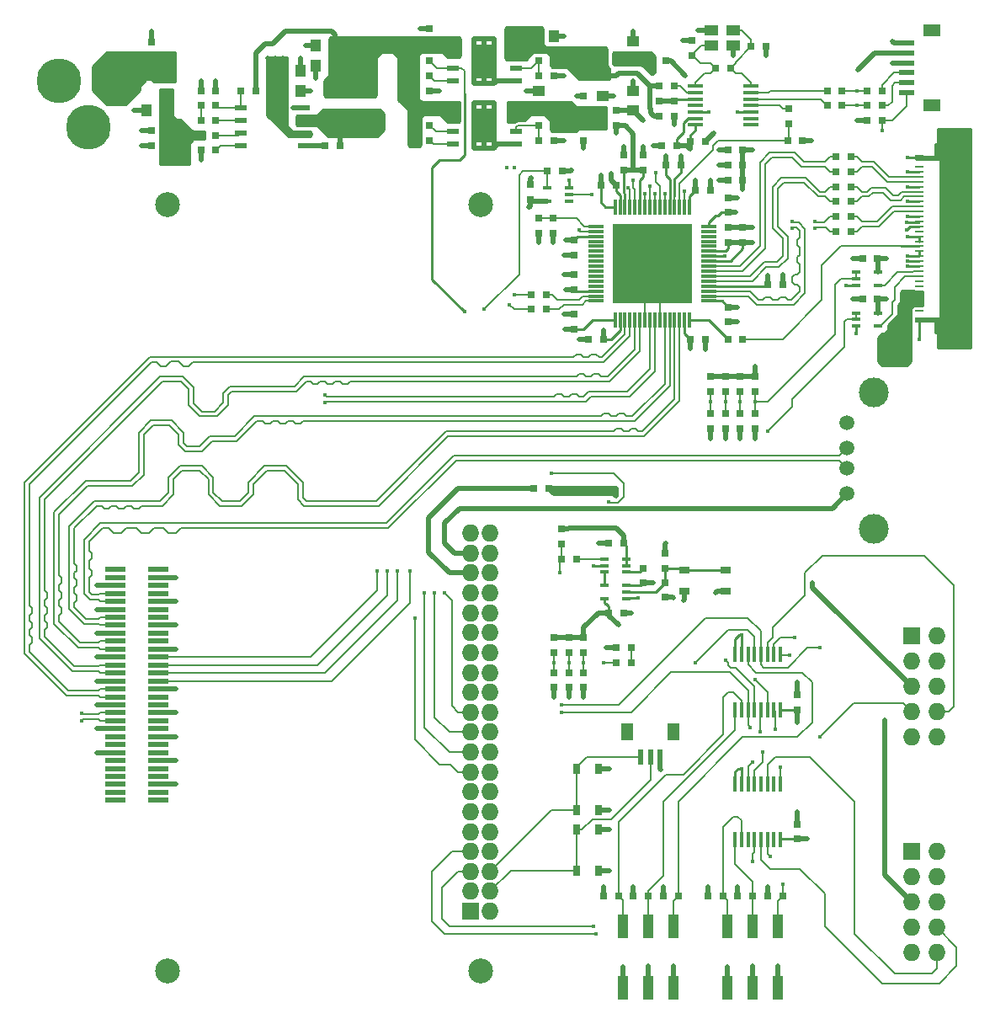
<source format=gbr>
G04 #@! TF.FileFunction,Copper,L1,Top,Signal*
%FSLAX46Y46*%
G04 Gerber Fmt 4.6, Leading zero omitted, Abs format (unit mm)*
G04 Created by KiCad (PCBNEW 4.0.7) date 05/19/19 12:52:09*
%MOMM*%
%LPD*%
G01*
G04 APERTURE LIST*
%ADD10C,0.100000*%
%ADD11R,1.727200X1.727200*%
%ADD12O,1.727200X1.727200*%
%ADD13R,2.000000X0.500000*%
%ADD14C,2.500000*%
%ADD15R,1.050000X0.650000*%
%ADD16C,1.500000*%
%ADD17C,3.000000*%
%ADD18R,1.000000X1.250000*%
%ADD19R,0.800000X0.750000*%
%ADD20R,0.750000X0.800000*%
%ADD21R,1.250000X1.000000*%
%ADD22C,4.500000*%
%ADD23R,0.650000X1.050000*%
%ADD24R,0.900000X0.250000*%
%ADD25R,0.900000X0.550000*%
%ADD26R,1.900000X1.400000*%
%ADD27R,1.130000X2.440000*%
%ADD28R,1.143000X0.508000*%
%ADD29R,2.613000X3.502000*%
%ADD30R,1.500000X0.300000*%
%ADD31R,0.300000X1.500000*%
%ADD32R,8.000000X8.000000*%
%ADD33C,0.300000*%
%ADD34R,4.700000X1.250000*%
%ADD35R,0.900000X0.400000*%
%ADD36R,1.600000X0.350000*%
%ADD37R,0.350000X1.600000*%
%ADD38R,1.400000X1.000000*%
%ADD39R,1.550000X0.600000*%
%ADD40R,1.800000X1.200000*%
%ADD41R,0.600000X1.550000*%
%ADD42R,1.200000X1.800000*%
%ADD43C,0.400000*%
%ADD44C,0.152400*%
%ADD45C,0.508000*%
%ADD46C,0.254000*%
%ADD47C,0.200000*%
G04 APERTURE END LIST*
D10*
D11*
X99100000Y-140000000D03*
D12*
X101100000Y-140000000D03*
X99100000Y-138000000D03*
X101100000Y-138000000D03*
X99100000Y-136000000D03*
X101100000Y-136000000D03*
X99100000Y-134000000D03*
X101100000Y-134000000D03*
X99100000Y-132000000D03*
X101100000Y-132000000D03*
X99100000Y-130000000D03*
X101100000Y-130000000D03*
X99100000Y-128000000D03*
X101100000Y-128000000D03*
X99100000Y-126000000D03*
X101100000Y-126000000D03*
X99100000Y-124000000D03*
X101100000Y-124000000D03*
X99100000Y-122000000D03*
X101100000Y-122000000D03*
X99100000Y-120000000D03*
X101100000Y-120000000D03*
X99100000Y-118000000D03*
X101100000Y-118000000D03*
X99100000Y-116000000D03*
X101100000Y-116000000D03*
X99100000Y-114000000D03*
X101100000Y-114000000D03*
X99100000Y-112000000D03*
X101100000Y-112000000D03*
X99100000Y-110000000D03*
X101100000Y-110000000D03*
X99100000Y-108000000D03*
X101100000Y-108000000D03*
X99100000Y-106000000D03*
X101100000Y-106000000D03*
X99100000Y-104000000D03*
X101100000Y-104000000D03*
X99100000Y-102000000D03*
X101100000Y-102000000D03*
D13*
X63350000Y-128850000D03*
X67750000Y-128850000D03*
X63350000Y-128050000D03*
X67750000Y-128050000D03*
X63350000Y-127250000D03*
X67750000Y-127250000D03*
X63350000Y-126450000D03*
X67750000Y-126450000D03*
X63350000Y-125650000D03*
X67750000Y-125650000D03*
X63350000Y-124850000D03*
X67750000Y-124850000D03*
X63350000Y-124050000D03*
X67750000Y-124050000D03*
X63350000Y-123250000D03*
X67750000Y-123250000D03*
X63350000Y-122450000D03*
X67750000Y-122450000D03*
X63350000Y-121650000D03*
X67750000Y-121650000D03*
X63350000Y-120850000D03*
X67750000Y-120850000D03*
X63350000Y-120050000D03*
X67750000Y-120050000D03*
X63350000Y-119250000D03*
X67750000Y-119250000D03*
X63350000Y-118450000D03*
X67750000Y-118450000D03*
X63350000Y-117650000D03*
X67750000Y-117650000D03*
X63350000Y-116850000D03*
X67750000Y-116850000D03*
X63350000Y-116050000D03*
X67750000Y-116050000D03*
X63350000Y-115250000D03*
X67750000Y-115250000D03*
X63350000Y-114450000D03*
X67750000Y-114450000D03*
X63350000Y-113650000D03*
X67750000Y-113650000D03*
X63350000Y-112850000D03*
X67750000Y-112850000D03*
X63350000Y-112050000D03*
X67750000Y-112050000D03*
X63350000Y-111250000D03*
X67750000Y-111250000D03*
X63350000Y-110450000D03*
X67750000Y-110450000D03*
X63350000Y-109650000D03*
X67750000Y-109650000D03*
X63350000Y-108850000D03*
X67750000Y-108850000D03*
X63350000Y-108050000D03*
X67750000Y-108050000D03*
X63350000Y-107250000D03*
X67750000Y-107250000D03*
X63350000Y-106450000D03*
X67750000Y-106450000D03*
X63350000Y-105650000D03*
X67750000Y-105650000D03*
D14*
X100100000Y-146000000D03*
X68600000Y-146000000D03*
X68600000Y-69000000D03*
X100100000Y-69000000D03*
D15*
X124750000Y-107850000D03*
X120600000Y-107850000D03*
X124750000Y-105700000D03*
X120600000Y-105700000D03*
D16*
X137000000Y-90890000D03*
X137000000Y-93430000D03*
X137000000Y-95460000D03*
X137000000Y-98000000D03*
D17*
X139670000Y-87840000D03*
X139670000Y-101560000D03*
D18*
X80000000Y-57500000D03*
X82000000Y-57500000D03*
X80000000Y-55500000D03*
X82000000Y-55500000D03*
D19*
X73500000Y-63500000D03*
X72000000Y-63500000D03*
X73500000Y-60500000D03*
X72000000Y-60500000D03*
D20*
X95000000Y-52750000D03*
X95000000Y-51250000D03*
X95000000Y-59000000D03*
X95000000Y-57500000D03*
X118700000Y-106950000D03*
X118700000Y-108450000D03*
D19*
X86000000Y-63000000D03*
X84500000Y-63000000D03*
D20*
X116500000Y-105500000D03*
X116500000Y-107000000D03*
D18*
X85500000Y-55000000D03*
X83500000Y-55000000D03*
X85500000Y-53000000D03*
X83500000Y-53000000D03*
X105500000Y-52000000D03*
X107500000Y-52000000D03*
D21*
X106000000Y-59500000D03*
X106000000Y-57500000D03*
D19*
X114500000Y-103000000D03*
X113000000Y-103000000D03*
D21*
X115500000Y-54500000D03*
X115500000Y-52500000D03*
D19*
X118750000Y-65000000D03*
X120250000Y-65000000D03*
X126500000Y-63500000D03*
X125000000Y-63500000D03*
X113750000Y-67000000D03*
X112250000Y-67000000D03*
X126500000Y-65000000D03*
X125000000Y-65000000D03*
X126500000Y-66500000D03*
X125000000Y-66500000D03*
D20*
X110500000Y-61000000D03*
X110500000Y-62500000D03*
X110500000Y-59500000D03*
X110500000Y-58000000D03*
X109500000Y-81500000D03*
X109500000Y-80000000D03*
D21*
X115500000Y-59500000D03*
X115500000Y-57500000D03*
D20*
X125000000Y-79250000D03*
X125000000Y-80750000D03*
X125000000Y-69750000D03*
X125000000Y-68250000D03*
D19*
X121750000Y-67500000D03*
X123250000Y-67500000D03*
D20*
X109500000Y-72500000D03*
X109500000Y-74000000D03*
X116500000Y-65500000D03*
X116500000Y-64000000D03*
X109500000Y-77500000D03*
X109500000Y-76000000D03*
D19*
X137350000Y-65650000D03*
X135850000Y-65650000D03*
X112500000Y-82500000D03*
X111000000Y-82500000D03*
X137350000Y-64150000D03*
X135850000Y-64150000D03*
X137350000Y-68650000D03*
X135850000Y-68650000D03*
X121250000Y-82500000D03*
X122750000Y-82500000D03*
X137350000Y-67150000D03*
X135850000Y-67150000D03*
X137350000Y-70150000D03*
X135850000Y-70150000D03*
X137350000Y-71650000D03*
X135850000Y-71650000D03*
D20*
X121400000Y-53950000D03*
X121400000Y-52450000D03*
X105100000Y-68450000D03*
X105100000Y-66950000D03*
D19*
X127350000Y-53050000D03*
X128850000Y-53050000D03*
X140050000Y-78450000D03*
X138550000Y-78450000D03*
X140050000Y-74350000D03*
X138550000Y-74350000D03*
D20*
X119600000Y-58550000D03*
X119600000Y-60050000D03*
D19*
X121250000Y-62600000D03*
X122750000Y-62600000D03*
X119850000Y-63000000D03*
X118350000Y-63000000D03*
D21*
X112400000Y-56000000D03*
X112400000Y-58000000D03*
D19*
X131000000Y-62500000D03*
X132500000Y-62500000D03*
D20*
X132000000Y-132750000D03*
X132000000Y-131250000D03*
X132000000Y-119750000D03*
X132000000Y-118250000D03*
D22*
X63700140Y-56500000D03*
X57700660Y-56500000D03*
X60700400Y-61199000D03*
D19*
X113750000Y-113500000D03*
X115250000Y-113500000D03*
D11*
X143460000Y-134000000D03*
D12*
X146000000Y-134000000D03*
X143460000Y-136540000D03*
X146000000Y-136540000D03*
X143460000Y-139080000D03*
X146000000Y-139080000D03*
X143460000Y-141620000D03*
X146000000Y-141620000D03*
X143460000Y-144160000D03*
X146000000Y-144160000D03*
D11*
X143460000Y-112340000D03*
D12*
X146000000Y-112340000D03*
X143460000Y-114880000D03*
X146000000Y-114880000D03*
X143460000Y-117420000D03*
X146000000Y-117420000D03*
X143460000Y-119960000D03*
X146000000Y-119960000D03*
X143460000Y-122500000D03*
X146000000Y-122500000D03*
D19*
X73500000Y-62000000D03*
X72000000Y-62000000D03*
D20*
X72000000Y-57500000D03*
X72000000Y-59000000D03*
X118700000Y-105550000D03*
X118700000Y-104050000D03*
D19*
X95000000Y-56000000D03*
X93500000Y-56000000D03*
X95000000Y-62500000D03*
X93500000Y-62500000D03*
D20*
X73500000Y-57500000D03*
X73500000Y-59000000D03*
D19*
X77500000Y-57500000D03*
X76000000Y-57500000D03*
X135000000Y-57500000D03*
X136500000Y-57500000D03*
X107500000Y-54500000D03*
X106000000Y-54500000D03*
X107500000Y-56000000D03*
X106000000Y-56000000D03*
X107500000Y-61000000D03*
X106000000Y-61000000D03*
X107500000Y-62500000D03*
X106000000Y-62500000D03*
X93500000Y-54500000D03*
X95000000Y-54500000D03*
X93500000Y-61000000D03*
X95000000Y-61000000D03*
X108250000Y-104600000D03*
X109750000Y-104600000D03*
D20*
X108250000Y-103050000D03*
X108250000Y-101550000D03*
X110500000Y-114000000D03*
X110500000Y-112500000D03*
X110500000Y-117500000D03*
X110500000Y-116000000D03*
X109000000Y-114000000D03*
X109000000Y-112500000D03*
X109000000Y-117500000D03*
X109000000Y-116000000D03*
X107500000Y-114000000D03*
X107500000Y-112500000D03*
X107500000Y-117500000D03*
X107500000Y-116000000D03*
D19*
X113750000Y-54500000D03*
X112250000Y-54500000D03*
D20*
X105950000Y-70350000D03*
X105950000Y-71850000D03*
X107450000Y-71850000D03*
X107450000Y-70350000D03*
D19*
X117250000Y-54500000D03*
X118750000Y-54500000D03*
X113750000Y-61000000D03*
X112250000Y-61000000D03*
X113750000Y-59500000D03*
X112250000Y-59500000D03*
X105250000Y-78000000D03*
X106750000Y-78000000D03*
X126500000Y-82500000D03*
X125000000Y-82500000D03*
X105250000Y-79500000D03*
X106750000Y-79500000D03*
D20*
X124750000Y-87750000D03*
X124750000Y-86250000D03*
X124750000Y-91500000D03*
X124750000Y-90000000D03*
X127750000Y-87750000D03*
X127750000Y-86250000D03*
X127750000Y-91500000D03*
X127750000Y-90000000D03*
X126250000Y-87750000D03*
X126250000Y-86250000D03*
X126250000Y-91500000D03*
X126250000Y-90000000D03*
X123250000Y-87750000D03*
X123250000Y-86250000D03*
X123250000Y-91500000D03*
X123250000Y-90000000D03*
D19*
X119600000Y-57050000D03*
X118100000Y-57050000D03*
X106850000Y-65600000D03*
X108350000Y-65600000D03*
X115250000Y-115000000D03*
X113750000Y-115000000D03*
X125250000Y-55250000D03*
X123750000Y-55250000D03*
X105500000Y-97500000D03*
X107000000Y-97500000D03*
D20*
X131100000Y-60800000D03*
X131100000Y-59300000D03*
D19*
X124500000Y-138500000D03*
X123000000Y-138500000D03*
X114000000Y-138500000D03*
X112500000Y-138500000D03*
X127500000Y-138500000D03*
X126000000Y-138500000D03*
X117000000Y-138500000D03*
X115500000Y-138500000D03*
X130500000Y-138500000D03*
X129000000Y-138500000D03*
X120000000Y-138500000D03*
X118500000Y-138500000D03*
D23*
X109800000Y-135950000D03*
X109800000Y-131800000D03*
X111950000Y-135950000D03*
X111950000Y-131800000D03*
X109800000Y-129850000D03*
X109800000Y-125700000D03*
X111950000Y-129850000D03*
X111950000Y-125700000D03*
D20*
X67000000Y-54100000D03*
X67000000Y-52600000D03*
D18*
X68500000Y-59500000D03*
X66500000Y-59500000D03*
D19*
X68500000Y-61500000D03*
X67000000Y-61500000D03*
X68500000Y-63000000D03*
X67000000Y-63000000D03*
D24*
X144280000Y-65150000D03*
X144280000Y-65650000D03*
X144280000Y-66150000D03*
X144280000Y-66650000D03*
X144280000Y-67150000D03*
X144280000Y-67650000D03*
X144280000Y-68150000D03*
X144280000Y-68650000D03*
X144280000Y-69150000D03*
X144280000Y-69650000D03*
X144280000Y-70150000D03*
X144280000Y-70650000D03*
X144280000Y-71150000D03*
X144280000Y-71650000D03*
X144280000Y-72150000D03*
X144280000Y-72650000D03*
X144280000Y-73150000D03*
X144280000Y-73650000D03*
X144280000Y-74150000D03*
X144280000Y-74650000D03*
X144280000Y-75153000D03*
X144280000Y-75650000D03*
X144280000Y-76150000D03*
X144280000Y-76650000D03*
X144280000Y-77150000D03*
X144280000Y-77650000D03*
X144280000Y-78150000D03*
X144280000Y-78650000D03*
X144280000Y-79150000D03*
X144280000Y-79650000D03*
D25*
X144280000Y-64250000D03*
X144280000Y-80550000D03*
D26*
X147100000Y-62050000D03*
X147100000Y-82750000D03*
D27*
X124920000Y-147670000D03*
X124920000Y-141500000D03*
X127460000Y-147670000D03*
X127460000Y-141500000D03*
X130000000Y-147670000D03*
X130000000Y-141500000D03*
X114420000Y-147670000D03*
X114420000Y-141500000D03*
X116960000Y-147670000D03*
X116960000Y-141500000D03*
X119500000Y-147670000D03*
X119500000Y-141500000D03*
D28*
X76000000Y-63040000D03*
X76000000Y-61770000D03*
X76000000Y-60500000D03*
X76000000Y-59230000D03*
X82350000Y-59230000D03*
X82350000Y-60500000D03*
X82350000Y-61770000D03*
X82350000Y-63040000D03*
X103675000Y-52690000D03*
X103675000Y-53960000D03*
X103675000Y-55230000D03*
X103675000Y-56500000D03*
X97325000Y-56500000D03*
X97325000Y-55230000D03*
X97325000Y-53960000D03*
X97325000Y-52690000D03*
D29*
X100500000Y-54595000D03*
D28*
X103675000Y-59095000D03*
X103675000Y-60365000D03*
X103675000Y-61635000D03*
X103675000Y-62905000D03*
X97325000Y-62905000D03*
X97325000Y-61635000D03*
X97325000Y-60365000D03*
X97325000Y-59095000D03*
D29*
X100500000Y-61000000D03*
D30*
X111700000Y-71150000D03*
X111700000Y-71650000D03*
X111700000Y-72150000D03*
X111700000Y-72650000D03*
X111700000Y-73150000D03*
X111700000Y-73650000D03*
X111700000Y-74150000D03*
X111700000Y-74650000D03*
X111700000Y-75150000D03*
X111700000Y-75650000D03*
X111700000Y-76150000D03*
X111700000Y-76650000D03*
X111700000Y-77150000D03*
X111700000Y-77650000D03*
X111700000Y-78150000D03*
X111700000Y-78650000D03*
D31*
X113650000Y-80600000D03*
X114150000Y-80600000D03*
X114650000Y-80600000D03*
X115150000Y-80600000D03*
X115650000Y-80600000D03*
X116150000Y-80600000D03*
X116650000Y-80600000D03*
X117150000Y-80600000D03*
X117650000Y-80600000D03*
X118150000Y-80600000D03*
X118650000Y-80600000D03*
X119150000Y-80600000D03*
X119650000Y-80600000D03*
X120150000Y-80600000D03*
X120650000Y-80600000D03*
X121150000Y-80600000D03*
D30*
X123100000Y-78650000D03*
X123100000Y-78150000D03*
X123100000Y-77650000D03*
X123100000Y-77150000D03*
X123100000Y-76650000D03*
X123100000Y-76150000D03*
X123100000Y-75650000D03*
X123100000Y-75150000D03*
X123100000Y-74650000D03*
X123100000Y-74150000D03*
X123100000Y-73650000D03*
X123100000Y-73150000D03*
X123100000Y-72650000D03*
X123100000Y-72150000D03*
X123100000Y-71650000D03*
X123100000Y-71150000D03*
D31*
X121150000Y-69200000D03*
X120650000Y-69200000D03*
X120150000Y-69200000D03*
X119650000Y-69200000D03*
X119150000Y-69200000D03*
X118650000Y-69200000D03*
X118150000Y-69200000D03*
X117650000Y-69200000D03*
X117150000Y-69200000D03*
X116650000Y-69200000D03*
X116150000Y-69200000D03*
X115650000Y-69200000D03*
X115150000Y-69200000D03*
X114650000Y-69200000D03*
X114150000Y-69200000D03*
X113650000Y-69200000D03*
D32*
X117400000Y-74900000D03*
D33*
X113900000Y-71400000D03*
X114900000Y-71400000D03*
X115900000Y-71400000D03*
X116900000Y-71400000D03*
X117900000Y-71400000D03*
X118900000Y-71400000D03*
X119900000Y-71400000D03*
X120900000Y-71400000D03*
X120900000Y-72400000D03*
X119900000Y-72400000D03*
X118900000Y-72400000D03*
X117900000Y-72400000D03*
X116900000Y-72400000D03*
X115900000Y-72400000D03*
X114900000Y-72400000D03*
X113900000Y-72400000D03*
X113900000Y-73400000D03*
X113900000Y-74400000D03*
X114900000Y-73400000D03*
X114900000Y-74400000D03*
X115900000Y-74400000D03*
X115900000Y-73400000D03*
X116900000Y-73400000D03*
X116900000Y-74400000D03*
X117900000Y-74400000D03*
X117900000Y-73400000D03*
X118900000Y-73400000D03*
X118900000Y-74400000D03*
X119900000Y-73400000D03*
X119900000Y-74400000D03*
X120900000Y-73400000D03*
X120900000Y-74400000D03*
X113900000Y-78400000D03*
X113900000Y-77400000D03*
X113900000Y-76400000D03*
X113900000Y-75400000D03*
X114900000Y-75400000D03*
X114900000Y-76400000D03*
X114900000Y-77400000D03*
X114900000Y-78400000D03*
X115900000Y-78400000D03*
X115900000Y-77400000D03*
X115900000Y-76400000D03*
X115900000Y-75400000D03*
X116900000Y-75400000D03*
X116900000Y-76400000D03*
X116900000Y-77400000D03*
X116900000Y-78400000D03*
X117900000Y-78400000D03*
X117900000Y-77400000D03*
X117900000Y-76400000D03*
X117900000Y-75400000D03*
X118900000Y-75400000D03*
X118900000Y-76400000D03*
X118900000Y-77400000D03*
X118900000Y-78400000D03*
X119900000Y-78400000D03*
X119900000Y-77400000D03*
X119900000Y-76400000D03*
X119900000Y-75400000D03*
X120900000Y-75400000D03*
X120900000Y-76400000D03*
X120900000Y-77400000D03*
X120900000Y-78400000D03*
D20*
X68500000Y-57750000D03*
X68500000Y-56250000D03*
X118100000Y-58550000D03*
X118100000Y-60050000D03*
D34*
X87000000Y-60625000D03*
X87000000Y-57375000D03*
D35*
X114750000Y-108550000D03*
X114750000Y-107900000D03*
X114750000Y-107250000D03*
X112550000Y-108550000D03*
X112550000Y-107250000D03*
X112550000Y-104600000D03*
X112550000Y-105250000D03*
X112550000Y-105900000D03*
X114750000Y-105250000D03*
X114750000Y-105900000D03*
X114750000Y-104600000D03*
X109050000Y-68600000D03*
X109050000Y-67950000D03*
X109050000Y-67300000D03*
X106850000Y-68600000D03*
X106850000Y-67300000D03*
X137900000Y-75750000D03*
X137900000Y-76400000D03*
X137900000Y-77050000D03*
X140100000Y-75750000D03*
X140100000Y-77050000D03*
X137900000Y-79850000D03*
X137900000Y-80500000D03*
X137900000Y-81150000D03*
X140100000Y-79850000D03*
X140100000Y-81150000D03*
D36*
X121700000Y-57050000D03*
X121700000Y-57700000D03*
X121700000Y-58350000D03*
X121700000Y-59000000D03*
X121700000Y-59650000D03*
X121700000Y-60300000D03*
X121700000Y-60950000D03*
X127300000Y-60950000D03*
X127300000Y-60300000D03*
X127300000Y-59650000D03*
X127300000Y-59000000D03*
X127300000Y-58350000D03*
X127300000Y-57700000D03*
X127300000Y-57050000D03*
D37*
X130275000Y-127200000D03*
X129625000Y-127200000D03*
X128975000Y-127200000D03*
X128325000Y-127200000D03*
X127675000Y-127200000D03*
X127025000Y-127200000D03*
X126375000Y-127200000D03*
X125725000Y-127200000D03*
X130275000Y-132800000D03*
X129625000Y-132800000D03*
X128975000Y-132800000D03*
X128325000Y-132800000D03*
X127675000Y-132800000D03*
X127025000Y-132800000D03*
X126375000Y-132800000D03*
X125725000Y-132800000D03*
X130275000Y-114200000D03*
X129625000Y-114200000D03*
X128975000Y-114200000D03*
X128325000Y-114200000D03*
X127675000Y-114200000D03*
X127025000Y-114200000D03*
X126375000Y-114200000D03*
X125725000Y-114200000D03*
X130275000Y-119800000D03*
X129625000Y-119800000D03*
X128975000Y-119800000D03*
X128325000Y-119800000D03*
X127675000Y-119800000D03*
X127025000Y-119800000D03*
X126375000Y-119800000D03*
X125725000Y-119800000D03*
D38*
X123300000Y-53000000D03*
X125500000Y-53000000D03*
X123300000Y-51400000D03*
X125500000Y-51400000D03*
D19*
X135000000Y-59000000D03*
X136500000Y-59000000D03*
D20*
X114500000Y-65500000D03*
X114500000Y-64000000D03*
D19*
X129000000Y-77000000D03*
X130500000Y-77000000D03*
D20*
X125000000Y-72750000D03*
X125000000Y-71250000D03*
X126500000Y-72750000D03*
X126500000Y-71250000D03*
D19*
X113000000Y-110000000D03*
X114500000Y-110000000D03*
D39*
X142975000Y-52700000D03*
X142975000Y-53700000D03*
X142975000Y-54700000D03*
X142975000Y-55700000D03*
X142975000Y-56700000D03*
X142975000Y-57700000D03*
D40*
X145500000Y-51400000D03*
X145500000Y-59000000D03*
D19*
X140500000Y-57500000D03*
X139000000Y-57500000D03*
X140500000Y-59000000D03*
X139000000Y-59000000D03*
X140500000Y-60500000D03*
X139000000Y-60500000D03*
D41*
X116200000Y-124525000D03*
X117200000Y-124525000D03*
X118200000Y-124525000D03*
D42*
X114900000Y-122000000D03*
X119500000Y-122000000D03*
D43*
X141000000Y-84250000D03*
X141750000Y-84250000D03*
X142500000Y-84250000D03*
X142500000Y-83500000D03*
X141750000Y-83500000D03*
X141000000Y-83500000D03*
X141000000Y-82750000D03*
X141750000Y-82750000D03*
X142500000Y-82750000D03*
X80250000Y-54250000D03*
X79500000Y-54250000D03*
X78750000Y-54250000D03*
X69908000Y-63500000D03*
X70750000Y-63500000D03*
X70750000Y-64500000D03*
X70000000Y-64500000D03*
X69250000Y-64500000D03*
X68500000Y-64500000D03*
X118250000Y-125750000D03*
X141500000Y-54750000D03*
X117500000Y-63000000D03*
X110500000Y-63250000D03*
X66000000Y-63000000D03*
X66000000Y-61500000D03*
X65250000Y-59500000D03*
X144250000Y-82500000D03*
X115500000Y-51500000D03*
X112750000Y-113500000D03*
X105250000Y-66250000D03*
X115500000Y-56500000D03*
X113500000Y-58000000D03*
X109750000Y-58000000D03*
X110500000Y-118500000D03*
X109000000Y-118500000D03*
X107500000Y-118500000D03*
X124750000Y-92500000D03*
X127750000Y-92500000D03*
X126250000Y-92500000D03*
X123250000Y-92500000D03*
X115250000Y-110000000D03*
X112000000Y-103000000D03*
X123750000Y-108000000D03*
X120500000Y-108750000D03*
X119500000Y-108500000D03*
X117500000Y-107000000D03*
X111500000Y-105250000D03*
X108500000Y-52000000D03*
X94000000Y-51250000D03*
X108500000Y-56000000D03*
X104750000Y-57500000D03*
X108500000Y-62500000D03*
X101500000Y-52250000D03*
X99500000Y-52250000D03*
X99500000Y-56750000D03*
X101500000Y-56750000D03*
X100500000Y-56750000D03*
X100500000Y-52250000D03*
X101500000Y-58750000D03*
X99500000Y-58750000D03*
X100500000Y-58750000D03*
X101500000Y-63250000D03*
X99500000Y-63250000D03*
X100500000Y-63250000D03*
X96000000Y-57500000D03*
X72000000Y-64500000D03*
X72000000Y-56500000D03*
X73500000Y-56500000D03*
X82500000Y-53000000D03*
X81250000Y-59250000D03*
X83000000Y-57500000D03*
X82000000Y-54250000D03*
X83500000Y-56250000D03*
X67000000Y-51500000D03*
X109050000Y-66500000D03*
X107450000Y-72750000D03*
X126350000Y-125650000D03*
X126350000Y-112250000D03*
X119600000Y-60900000D03*
X133400000Y-62500000D03*
X123600000Y-61750000D03*
X113050000Y-135950000D03*
X113050000Y-131800000D03*
X113050000Y-129850000D03*
X113050000Y-125700000D03*
X128850000Y-53950000D03*
X120450000Y-52450000D03*
X130000000Y-145500000D03*
X127460000Y-145540000D03*
X124920000Y-145580000D03*
X119500000Y-145500000D03*
X114420000Y-145580000D03*
X116960000Y-145540000D03*
X132000000Y-130000000D03*
X132000000Y-117000000D03*
X137550000Y-74350000D03*
X137550000Y-78450000D03*
X122000000Y-51400000D03*
X125500000Y-54000000D03*
X123050000Y-59650000D03*
X125950000Y-59650000D03*
X136850000Y-77100000D03*
X137900000Y-81900000D03*
X124100000Y-63500000D03*
X124100000Y-65000000D03*
X124100000Y-66500000D03*
X120250000Y-64050000D03*
X116500000Y-63100000D03*
X114500000Y-63100000D03*
X143100000Y-64250000D03*
X143100000Y-75150000D03*
X143100000Y-74650000D03*
X143100000Y-74150000D03*
X143100000Y-65650000D03*
X143100000Y-67150000D03*
X143100000Y-72150000D03*
X143100000Y-68650000D03*
X143100000Y-70150000D03*
X110000000Y-82500000D03*
X108500000Y-80000000D03*
X108500000Y-76000000D03*
X108500000Y-74000000D03*
X112250000Y-66000000D03*
X123250000Y-66500000D03*
X125950000Y-68250000D03*
X127450000Y-71250000D03*
X130500000Y-76000000D03*
X126000000Y-80750000D03*
X122750000Y-83500000D03*
X69500000Y-106450000D03*
X69500000Y-108850000D03*
X69500000Y-111250000D03*
X69500000Y-113650000D03*
X69500000Y-117650000D03*
X69500000Y-120050000D03*
X69500000Y-122450000D03*
X69500000Y-124850000D03*
X69500000Y-127250000D03*
X61500000Y-124050000D03*
X61500000Y-121650000D03*
X61500000Y-119250000D03*
X61500000Y-116850000D03*
X61500000Y-114450000D03*
X61500000Y-112050000D03*
X61500000Y-109650000D03*
X61500000Y-107250000D03*
X141500000Y-52500000D03*
X142997251Y-70766498D03*
X143000000Y-71500000D03*
X109250000Y-65500000D03*
X90250000Y-52250000D03*
X89250000Y-52250000D03*
X88250000Y-52250000D03*
X87250000Y-52250000D03*
X132000000Y-121000000D03*
X133000000Y-132750000D03*
X129000000Y-137500000D03*
X126000000Y-137500000D03*
X123000000Y-137500000D03*
X118500000Y-137500000D03*
X115500000Y-137500000D03*
X112500000Y-137500000D03*
X140950000Y-78450000D03*
X140950000Y-74350000D03*
X138000000Y-60500000D03*
X138086725Y-55413275D03*
X114000000Y-111250000D03*
X140750000Y-120750000D03*
X133500000Y-107000000D03*
X121250000Y-63400000D03*
X110250000Y-56000000D03*
X110750000Y-56000000D03*
X111250000Y-56000000D03*
X113750000Y-98250000D03*
X113750000Y-97500000D03*
X105000000Y-69250000D03*
X127750000Y-85250000D03*
X118750000Y-103000000D03*
X114500000Y-102250000D03*
X105950000Y-72750000D03*
X117500000Y-55500000D03*
X118750000Y-64050000D03*
X113250000Y-65850000D03*
X113750000Y-61750000D03*
X121750000Y-66500000D03*
X115500000Y-65500000D03*
X108600000Y-81500000D03*
X126000000Y-79250000D03*
X116500000Y-60500000D03*
X125750000Y-69750000D03*
X108650000Y-72500000D03*
X108650000Y-77500000D03*
X112500000Y-81600000D03*
X121250000Y-83400000D03*
X129000000Y-76050000D03*
X127450000Y-72750000D03*
X131500000Y-70627400D03*
X133750000Y-70627400D03*
X131500000Y-71372600D03*
X133750000Y-71372600D03*
X111500000Y-141500000D03*
X130250000Y-125500000D03*
X111750000Y-142250000D03*
X127500000Y-135000000D03*
X128500000Y-124000000D03*
X124750000Y-114750000D03*
X93500000Y-110500000D03*
X131250000Y-114250000D03*
X94500000Y-108000000D03*
X121750000Y-115000000D03*
X96500000Y-108000000D03*
X60000000Y-120822600D03*
X84500000Y-88127400D03*
X60000000Y-120077400D03*
X84500000Y-88872600D03*
X93000000Y-105750000D03*
X129750000Y-121750000D03*
X131750000Y-112500000D03*
X91750000Y-105750000D03*
X138000000Y-59000000D03*
X102750000Y-65250000D03*
X103500000Y-78000000D03*
X108250000Y-120000000D03*
X127250000Y-121500000D03*
X90750000Y-105750000D03*
X138000000Y-57500000D03*
X103500000Y-65250000D03*
X103000000Y-79000000D03*
X108250000Y-119250000D03*
X134250000Y-113500000D03*
X89750000Y-105750000D03*
X128250000Y-122000000D03*
X134250000Y-122500000D03*
X113000000Y-98821000D03*
X107250000Y-96000000D03*
X116000000Y-108500000D03*
X98500000Y-79750000D03*
X108069896Y-105930104D03*
X110000000Y-71500000D03*
X110500000Y-115000000D03*
X120650000Y-67600000D03*
X117750000Y-65750000D03*
X109000000Y-115000000D03*
X115500000Y-66500000D03*
X107500000Y-115000000D03*
X129000000Y-91750000D03*
X124750000Y-88750000D03*
X117150000Y-67100000D03*
X127750000Y-88750000D03*
X118650000Y-67850000D03*
X126250000Y-88750000D03*
X117650000Y-67850000D03*
X123250000Y-88750000D03*
X116650000Y-67850000D03*
X112500000Y-115000000D03*
X100500000Y-79500000D03*
X111300000Y-67950000D03*
X114989222Y-67250000D03*
X127500000Y-125000000D03*
X130500000Y-137250000D03*
X120750000Y-56000000D03*
X127500000Y-63500000D03*
X126500000Y-67400000D03*
X124700000Y-74150000D03*
X129250000Y-134500000D03*
X127750000Y-116750000D03*
X95500000Y-108000000D03*
X140500000Y-61500000D03*
D44*
X144280000Y-78150000D02*
X144280000Y-77650000D01*
X141750000Y-84250000D02*
X141000000Y-84250000D01*
X142500000Y-83500000D02*
X142500000Y-84250000D01*
X141000000Y-83500000D02*
X141750000Y-83500000D01*
X141750000Y-82750000D02*
X141000000Y-82750000D01*
X144280000Y-79150000D02*
X143677600Y-79150000D01*
X143677600Y-79150000D02*
X142500000Y-80327600D01*
X142500000Y-80327600D02*
X142500000Y-82750000D01*
D45*
X80000000Y-55500000D02*
X80000000Y-54500000D01*
X80000000Y-54500000D02*
X80250000Y-54250000D01*
X80000000Y-55500000D02*
X80000000Y-54750000D01*
X80000000Y-54750000D02*
X79500000Y-54250000D01*
X80000000Y-55500000D02*
X78750000Y-54250000D01*
X69908000Y-63500000D02*
X70158000Y-63750000D01*
X68500000Y-63000000D02*
X69408000Y-63000000D01*
X69408000Y-63000000D02*
X69908000Y-63500000D01*
X70250000Y-63000000D02*
X70750000Y-63500000D01*
X68500000Y-63000000D02*
X70250000Y-63000000D01*
X70158000Y-63750000D02*
X70158000Y-63908000D01*
X70158000Y-63908000D02*
X70750000Y-64500000D01*
X68500000Y-63000000D02*
X70000000Y-64500000D01*
X69250000Y-63750000D02*
X69250000Y-64500000D01*
X68500000Y-63000000D02*
X69250000Y-63750000D01*
X68500000Y-63000000D02*
X68500000Y-64500000D01*
X118200000Y-124525000D02*
X118200000Y-125700000D01*
X118200000Y-125700000D02*
X118250000Y-125750000D01*
X142975000Y-54700000D02*
X141550000Y-54700000D01*
X141550000Y-54700000D02*
X141500000Y-54750000D01*
X118350000Y-63000000D02*
X117500000Y-63000000D01*
X110500000Y-62500000D02*
X110500000Y-63250000D01*
X67000000Y-63000000D02*
X66000000Y-63000000D01*
X67000000Y-61500000D02*
X66000000Y-61500000D01*
X66500000Y-59500000D02*
X65250000Y-59500000D01*
D46*
X144280000Y-80550000D02*
X144280000Y-82470000D01*
X144280000Y-82470000D02*
X144250000Y-82500000D01*
D45*
X115500000Y-52500000D02*
X115500000Y-51500000D01*
X113750000Y-113500000D02*
X112750000Y-113500000D01*
X105100000Y-66950000D02*
X105100000Y-66400000D01*
X105100000Y-66400000D02*
X105250000Y-66250000D01*
X115500000Y-57500000D02*
X115500000Y-56500000D01*
X112400000Y-58000000D02*
X113500000Y-58000000D01*
X110500000Y-58000000D02*
X109750000Y-58000000D01*
X110500000Y-117500000D02*
X110500000Y-118500000D01*
X109000000Y-117500000D02*
X109000000Y-118500000D01*
X107500000Y-117500000D02*
X107500000Y-118500000D01*
X124750000Y-91500000D02*
X124750000Y-92500000D01*
X127750000Y-91500000D02*
X127750000Y-92500000D01*
X126250000Y-91500000D02*
X126250000Y-92500000D01*
X123250000Y-91500000D02*
X123250000Y-92500000D01*
X114500000Y-110000000D02*
X115250000Y-110000000D01*
X113000000Y-103000000D02*
X112000000Y-103000000D01*
X124750000Y-107850000D02*
X123900000Y-107850000D01*
X123900000Y-107850000D02*
X123750000Y-108000000D01*
X120600000Y-107850000D02*
X120600000Y-108650000D01*
X120600000Y-108650000D02*
X120500000Y-108750000D01*
X118700000Y-108450000D02*
X119450000Y-108450000D01*
X119450000Y-108450000D02*
X119500000Y-108500000D01*
D46*
X114750000Y-107250000D02*
X116250000Y-107250000D01*
X116250000Y-107250000D02*
X116500000Y-107000000D01*
D45*
X116500000Y-107000000D02*
X117500000Y-107000000D01*
D46*
X112550000Y-105250000D02*
X111500000Y-105250000D01*
D45*
X107500000Y-52000000D02*
X108500000Y-52000000D01*
X95000000Y-51250000D02*
X94000000Y-51250000D01*
X107500000Y-56000000D02*
X108500000Y-56000000D01*
X106000000Y-57500000D02*
X104750000Y-57500000D01*
X107500000Y-62500000D02*
X108500000Y-62500000D01*
X103675000Y-62905000D02*
X101845000Y-62905000D01*
X101845000Y-62905000D02*
X101500000Y-63250000D01*
X103675000Y-56500000D02*
X101750000Y-56500000D01*
X101750000Y-56500000D02*
X101500000Y-56750000D01*
X101500000Y-56750000D02*
X101500000Y-55595000D01*
X101500000Y-55595000D02*
X100500000Y-54595000D01*
X99500000Y-56750000D02*
X99500000Y-55595000D01*
X99500000Y-55595000D02*
X100500000Y-54595000D01*
X99500000Y-52250000D02*
X99500000Y-53595000D01*
X99500000Y-53595000D02*
X100500000Y-54595000D01*
X101500000Y-52250000D02*
X101500000Y-53595000D01*
X101500000Y-53595000D02*
X100500000Y-54595000D01*
X100500000Y-52250000D02*
X101500000Y-52250000D01*
X100500000Y-52250000D02*
X99500000Y-52250000D01*
X100500000Y-56750000D02*
X99500000Y-56750000D01*
X100500000Y-56750000D02*
X101500000Y-56750000D01*
X100500000Y-54595000D02*
X100500000Y-56750000D01*
X100500000Y-54595000D02*
X100500000Y-52250000D01*
X101500000Y-63250000D02*
X101500000Y-62000000D01*
X101500000Y-62000000D02*
X100500000Y-61000000D01*
X99500000Y-58750000D02*
X99500000Y-60000000D01*
X99500000Y-60000000D02*
X100500000Y-61000000D01*
X101500000Y-58750000D02*
X101500000Y-60000000D01*
X101500000Y-60000000D02*
X100500000Y-61000000D01*
X100500000Y-58750000D02*
X101500000Y-58750000D01*
X100500000Y-58750000D02*
X99500000Y-58750000D01*
X100500000Y-61000000D02*
X100500000Y-58750000D01*
X100500000Y-63250000D02*
X101500000Y-63250000D01*
X99500000Y-63250000D02*
X99500000Y-62000000D01*
X99500000Y-62000000D02*
X100500000Y-61000000D01*
X100500000Y-63250000D02*
X99500000Y-63250000D01*
X100500000Y-61000000D02*
X100500000Y-63250000D01*
X95000000Y-57500000D02*
X96000000Y-57500000D01*
X72000000Y-63500000D02*
X72000000Y-64500000D01*
X72000000Y-57500000D02*
X72000000Y-56500000D01*
X73500000Y-57500000D02*
X73500000Y-56500000D01*
X83500000Y-53000000D02*
X82500000Y-53000000D01*
X82350000Y-59230000D02*
X81270000Y-59230000D01*
X81270000Y-59230000D02*
X81250000Y-59250000D01*
X82000000Y-57500000D02*
X83000000Y-57500000D01*
X82000000Y-55500000D02*
X82000000Y-54250000D01*
X83500000Y-55000000D02*
X83500000Y-56250000D01*
D47*
X118150000Y-80600000D02*
X118150000Y-78650000D01*
X118150000Y-78650000D02*
X117900000Y-78400000D01*
X116650000Y-80600000D02*
X116650000Y-78650000D01*
X116650000Y-78650000D02*
X116900000Y-78400000D01*
D45*
X67000000Y-52600000D02*
X67000000Y-51500000D01*
D46*
X109050000Y-67300000D02*
X109050000Y-66500000D01*
D45*
X107450000Y-71850000D02*
X107450000Y-72750000D01*
D46*
X126375000Y-127200000D02*
X126375000Y-125675000D01*
X126375000Y-125675000D02*
X126350000Y-125650000D01*
X125725000Y-125975000D02*
X126050000Y-125650000D01*
X126050000Y-125650000D02*
X126350000Y-125650000D01*
X125725000Y-127200000D02*
X125725000Y-125975000D01*
X126375000Y-114200000D02*
X126375000Y-112275000D01*
X126375000Y-112275000D02*
X126350000Y-112250000D01*
X125725000Y-112625000D02*
X126100000Y-112250000D01*
X126100000Y-112250000D02*
X126350000Y-112250000D01*
X125725000Y-114200000D02*
X125725000Y-112625000D01*
D45*
X119600000Y-60050000D02*
X119600000Y-60900000D01*
X132500000Y-62500000D02*
X133400000Y-62500000D01*
X122750000Y-62600000D02*
X123600000Y-61750000D01*
X111950000Y-135950000D02*
X113050000Y-135950000D01*
X111950000Y-131800000D02*
X113050000Y-131800000D01*
X111950000Y-129850000D02*
X113050000Y-129850000D01*
X111950000Y-125700000D02*
X113050000Y-125700000D01*
X128850000Y-53050000D02*
X128850000Y-53950000D01*
X121400000Y-52450000D02*
X120450000Y-52450000D01*
X130000000Y-145942000D02*
X130000000Y-145500000D01*
X130000000Y-147670000D02*
X130000000Y-145942000D01*
X127460000Y-147670000D02*
X127460000Y-145540000D01*
X124920000Y-147670000D02*
X124920000Y-145580000D01*
X119500000Y-147670000D02*
X119500000Y-145500000D01*
X116960000Y-147670000D02*
X116960000Y-145540000D01*
X114420000Y-147670000D02*
X114420000Y-145580000D01*
X132000000Y-131250000D02*
X132000000Y-130000000D01*
X132000000Y-118250000D02*
X132000000Y-117000000D01*
X138550000Y-74350000D02*
X137550000Y-74350000D01*
X138550000Y-78450000D02*
X137550000Y-78450000D01*
X123300000Y-51400000D02*
X122000000Y-51400000D01*
X125500000Y-53000000D02*
X125500000Y-54000000D01*
D46*
X121700000Y-59650000D02*
X123050000Y-59650000D01*
X127300000Y-59650000D02*
X125950000Y-59650000D01*
D47*
X119650000Y-69200000D02*
X119650000Y-68500000D01*
X119650000Y-68500000D02*
X119627009Y-68477009D01*
X119627009Y-68477009D02*
X119627009Y-68143407D01*
D46*
X137900000Y-77100000D02*
X136850000Y-77100000D01*
X137900000Y-81150000D02*
X137900000Y-81900000D01*
D45*
X125000000Y-63500000D02*
X124100000Y-63500000D01*
X125000000Y-65000000D02*
X124100000Y-65000000D01*
X125000000Y-66500000D02*
X124100000Y-66500000D01*
X120250000Y-65000000D02*
X120250000Y-64050000D01*
X116500000Y-64000000D02*
X116500000Y-63100000D01*
X114500000Y-64000000D02*
X114500000Y-63100000D01*
D46*
X144280000Y-74150000D02*
X144280000Y-73650000D01*
X144280000Y-72650000D02*
X144280000Y-72150000D01*
X144280000Y-64250000D02*
X143100000Y-64250000D01*
X144280000Y-75153000D02*
X143103000Y-75153000D01*
X143103000Y-75153000D02*
X143100000Y-75150000D01*
X144280000Y-74650000D02*
X143100000Y-74650000D01*
X144280000Y-74150000D02*
X143100000Y-74150000D01*
X144280000Y-65650000D02*
X143100000Y-65650000D01*
X144280000Y-67150000D02*
X143100000Y-67150000D01*
X144280000Y-72150000D02*
X143100000Y-72150000D01*
X144280000Y-68650000D02*
X143100000Y-68650000D01*
X144280000Y-70150000D02*
X143100000Y-70150000D01*
X119627009Y-66372991D02*
X119627009Y-68143407D01*
X120250000Y-65000000D02*
X120250000Y-65750000D01*
X120250000Y-65750000D02*
X119627009Y-66372991D01*
D45*
X111000000Y-82500000D02*
X110000000Y-82500000D01*
X109500000Y-80000000D02*
X108500000Y-80000000D01*
X109500000Y-76000000D02*
X108500000Y-76000000D01*
X109500000Y-74000000D02*
X108500000Y-74000000D01*
D46*
X112250000Y-67000000D02*
X112250000Y-68750000D01*
X112250000Y-68750000D02*
X112700000Y-69200000D01*
X112700000Y-69200000D02*
X113647999Y-69200000D01*
D45*
X112250000Y-67000000D02*
X112250000Y-66000000D01*
X123250000Y-67500000D02*
X123250000Y-66500000D01*
X125000000Y-68250000D02*
X125950000Y-68250000D01*
X126500000Y-71250000D02*
X127450000Y-71250000D01*
X125000000Y-71250000D02*
X126500000Y-71250000D01*
X130500000Y-77000000D02*
X130500000Y-76000000D01*
X125000000Y-80750000D02*
X126000000Y-80750000D01*
X122750000Y-82500000D02*
X122750000Y-83500000D01*
X67750000Y-106450000D02*
X69500000Y-106450000D01*
X67750000Y-108850000D02*
X69500000Y-108850000D01*
X67750000Y-111250000D02*
X69500000Y-111250000D01*
X67750000Y-113650000D02*
X69500000Y-113650000D01*
X67750000Y-117650000D02*
X69500000Y-117650000D01*
X67750000Y-120050000D02*
X69500000Y-120050000D01*
X67750000Y-122450000D02*
X69500000Y-122450000D01*
X67750000Y-124850000D02*
X69500000Y-124850000D01*
X67750000Y-127250000D02*
X69500000Y-127250000D01*
X63350000Y-124050000D02*
X61500000Y-124050000D01*
X63350000Y-121650000D02*
X61500000Y-121650000D01*
X63350000Y-119250000D02*
X61500000Y-119250000D01*
X63350000Y-116850000D02*
X61500000Y-116850000D01*
X63350000Y-114450000D02*
X61500000Y-114450000D01*
X63350000Y-112050000D02*
X61500000Y-112050000D01*
X63350000Y-109650000D02*
X61500000Y-109650000D01*
X63350000Y-107250000D02*
X61500000Y-107250000D01*
X142975000Y-52700000D02*
X141700000Y-52700000D01*
X141700000Y-52700000D02*
X141500000Y-52500000D01*
D46*
X144280000Y-70650000D02*
X144163502Y-70766498D01*
X144163502Y-70766498D02*
X142997251Y-70766498D01*
X144280000Y-71150000D02*
X143350000Y-71150000D01*
X143350000Y-71150000D02*
X143000000Y-71500000D01*
D45*
X108350000Y-65600000D02*
X109150000Y-65600000D01*
X109150000Y-65600000D02*
X109250000Y-65500000D01*
X89750000Y-53000000D02*
X89750000Y-52750000D01*
X89750000Y-52750000D02*
X90250000Y-52250000D01*
X85500000Y-53000000D02*
X89750000Y-53000000D01*
X88750000Y-53000000D02*
X88750000Y-52750000D01*
X88750000Y-52750000D02*
X89250000Y-52250000D01*
X85500000Y-53000000D02*
X88750000Y-53000000D01*
X85500000Y-53000000D02*
X88500000Y-53000000D01*
X86508000Y-53000000D02*
X87500000Y-53000000D01*
X87500000Y-53000000D02*
X88250000Y-52250000D01*
X85500000Y-53000000D02*
X86508000Y-53000000D01*
X85500000Y-53000000D02*
X86500000Y-53000000D01*
X86500000Y-53000000D02*
X87250000Y-52250000D01*
X78500000Y-52750000D02*
X77500000Y-53750000D01*
X77500000Y-53750000D02*
X77500000Y-57500000D01*
X79213368Y-52750000D02*
X78500000Y-52750000D01*
X85133000Y-51500000D02*
X80463368Y-51500000D01*
X80463368Y-51500000D02*
X79213368Y-52750000D01*
X85500000Y-53000000D02*
X85500000Y-51867000D01*
X85500000Y-51867000D02*
X85133000Y-51500000D01*
X132000000Y-119750000D02*
X132000000Y-121000000D01*
X132000000Y-132750000D02*
X133000000Y-132750000D01*
X129000000Y-138500000D02*
X129000000Y-137500000D01*
X126000000Y-138500000D02*
X126000000Y-137500000D01*
X123000000Y-138500000D02*
X123000000Y-137500000D01*
X118500000Y-138500000D02*
X118500000Y-137500000D01*
X115500000Y-138500000D02*
X115500000Y-137500000D01*
X112500000Y-138500000D02*
X112500000Y-137500000D01*
D46*
X132000000Y-119750000D02*
X130325000Y-119750000D01*
X130325000Y-119750000D02*
X130275000Y-119800000D01*
X132000000Y-132750000D02*
X130325000Y-132750000D01*
X130325000Y-132750000D02*
X130275000Y-132800000D01*
D45*
X140050000Y-78450000D02*
X140950000Y-78450000D01*
X140050000Y-74350000D02*
X140950000Y-74350000D01*
X140100000Y-75750000D02*
X140100000Y-74400000D01*
X140100000Y-74400000D02*
X140050000Y-74350000D01*
X140100000Y-79850000D02*
X140100000Y-78500000D01*
X140100000Y-78500000D02*
X140050000Y-78450000D01*
D46*
X114750000Y-105900000D02*
X116100000Y-105900000D01*
X116100000Y-105900000D02*
X116500000Y-105500000D01*
D45*
X139000000Y-60500000D02*
X138000000Y-60500000D01*
X142975000Y-53700000D02*
X139800000Y-53700000D01*
X139800000Y-53700000D02*
X138086725Y-55413275D01*
X113000000Y-110000000D02*
X113000000Y-110250000D01*
X113000000Y-110250000D02*
X114000000Y-111250000D01*
X140750000Y-120750000D02*
X140750000Y-136370000D01*
X140750000Y-136370000D02*
X143460000Y-139080000D01*
X143460000Y-117420000D02*
X133500000Y-107460000D01*
X133500000Y-107460000D02*
X133500000Y-107000000D01*
X109000000Y-112500000D02*
X110500000Y-112500000D01*
X107500000Y-112500000D02*
X109000000Y-112500000D01*
X126250000Y-86250000D02*
X127750000Y-86250000D01*
X124750000Y-86250000D02*
X126250000Y-86250000D01*
X123250000Y-86250000D02*
X124750000Y-86250000D01*
X121250000Y-62600000D02*
X121250000Y-63400000D01*
X121250000Y-63400000D02*
X120850000Y-63000000D01*
X120850000Y-63000000D02*
X119850000Y-63000000D01*
D46*
X119850000Y-63000000D02*
X119850000Y-62371000D01*
X120500000Y-60750000D02*
X120950000Y-60300000D01*
X119850000Y-62371000D02*
X120500000Y-61721000D01*
X120500000Y-61721000D02*
X120500000Y-60750000D01*
X120950000Y-60300000D02*
X121700000Y-60300000D01*
X121721000Y-61500000D02*
X121700000Y-61479000D01*
X121700000Y-61479000D02*
X121700000Y-60950000D01*
X121250000Y-62600000D02*
X121250000Y-61971000D01*
X121250000Y-61971000D02*
X121721000Y-61500000D01*
D45*
X117250000Y-59750000D02*
X117250000Y-59337202D01*
X117250000Y-59337202D02*
X117192000Y-59279202D01*
X117192000Y-59279202D02*
X117192000Y-57050000D01*
X117550000Y-60050000D02*
X117250000Y-59750000D01*
X118100000Y-60050000D02*
X117550000Y-60050000D01*
X114000000Y-55750000D02*
X115892000Y-55750000D01*
X115892000Y-55750000D02*
X117192000Y-57050000D01*
X117192000Y-57050000D02*
X118100000Y-57050000D01*
X113750000Y-56000000D02*
X114000000Y-55750000D01*
X112400000Y-56000000D02*
X113750000Y-56000000D01*
X110750000Y-56000000D02*
X110250000Y-56000000D01*
X111250000Y-56000000D02*
X110750000Y-56000000D01*
X112400000Y-56000000D02*
X111250000Y-56000000D01*
X107500000Y-98000000D02*
X113500000Y-98000000D01*
X113500000Y-98000000D02*
X113750000Y-98250000D01*
X107750000Y-97750000D02*
X107500000Y-98000000D01*
X107000000Y-97500000D02*
X107500000Y-98000000D01*
X113750000Y-97500000D02*
X113750000Y-98250000D01*
X107000000Y-97500000D02*
X113750000Y-97500000D01*
X109000000Y-101500000D02*
X113750000Y-101500000D01*
X113750000Y-101500000D02*
X114500000Y-102250000D01*
X108250000Y-101550000D02*
X108950000Y-101550000D01*
X108950000Y-101550000D02*
X109000000Y-101500000D01*
X110500000Y-111500000D02*
X112000000Y-110000000D01*
X105100000Y-68450000D02*
X105100000Y-69150000D01*
X105100000Y-69150000D02*
X105000000Y-69250000D01*
X106850000Y-68600000D02*
X105250000Y-68600000D01*
X105250000Y-68600000D02*
X105100000Y-68450000D01*
X110500000Y-112500000D02*
X110500000Y-111500000D01*
X127750000Y-86250000D02*
X127750000Y-85250000D01*
D46*
X112750000Y-109121000D02*
X112667000Y-109121000D01*
X112667000Y-109121000D02*
X112550000Y-109004000D01*
X112550000Y-109004000D02*
X112550000Y-108550000D01*
X113000000Y-110000000D02*
X113000000Y-109371000D01*
X113000000Y-109371000D02*
X112750000Y-109121000D01*
D45*
X113000000Y-110000000D02*
X112000000Y-110000000D01*
X118700000Y-104050000D02*
X118700000Y-103050000D01*
X118700000Y-103050000D02*
X118750000Y-103000000D01*
X114500000Y-103000000D02*
X114500000Y-102250000D01*
D46*
X114750000Y-104600000D02*
X114750000Y-103250000D01*
X114750000Y-103250000D02*
X114500000Y-103000000D01*
X114750000Y-105250000D02*
X114750000Y-104600000D01*
D45*
X105950000Y-71850000D02*
X105950000Y-72750000D01*
X117250000Y-54500000D02*
X117250000Y-55250000D01*
X117250000Y-55250000D02*
X117500000Y-55500000D01*
X118750000Y-65000000D02*
X118750000Y-64050000D01*
X113250000Y-66500000D02*
X113250000Y-65850000D01*
X113750000Y-67000000D02*
X113250000Y-66500000D01*
D46*
X118750000Y-66000000D02*
X119147999Y-66397999D01*
X119147999Y-66397999D02*
X119147999Y-68352001D01*
X119147999Y-68352001D02*
X119147999Y-69200000D01*
X118750000Y-65000000D02*
X118750000Y-66000000D01*
X113750000Y-67000000D02*
X113750000Y-67629000D01*
X113750000Y-67629000D02*
X114181001Y-68060001D01*
X114181001Y-68060001D02*
X114181001Y-69200000D01*
D45*
X113750000Y-61000000D02*
X113750000Y-61750000D01*
X113750000Y-61000000D02*
X114658000Y-61000000D01*
X114658000Y-61000000D02*
X115500000Y-61842000D01*
X115500000Y-61842000D02*
X115500000Y-65217158D01*
X115500000Y-65217158D02*
X115500000Y-65500000D01*
D46*
X114500000Y-65500000D02*
X114500000Y-67750000D01*
X114500000Y-67750000D02*
X114650000Y-67900000D01*
X114650000Y-67900000D02*
X114650000Y-68196000D01*
X114650000Y-68196000D02*
X114650000Y-69200000D01*
X116500000Y-65500000D02*
X116500000Y-66154000D01*
X116150000Y-66504000D02*
X116150000Y-68196000D01*
X116500000Y-66154000D02*
X116150000Y-66504000D01*
X116150000Y-68196000D02*
X116150000Y-69200000D01*
D45*
X121750000Y-67500000D02*
X121750000Y-66500000D01*
X114500000Y-65500000D02*
X115500000Y-65500000D01*
X116500000Y-65500000D02*
X115500000Y-65500000D01*
X109500000Y-81500000D02*
X108600000Y-81500000D01*
X125000000Y-79250000D02*
X126000000Y-79250000D01*
D46*
X109500000Y-81500000D02*
X110500000Y-81500000D01*
X110500000Y-81500000D02*
X111400000Y-80600000D01*
X111400000Y-80600000D02*
X113650000Y-80600000D01*
X121150000Y-69200000D02*
X121150000Y-68100000D01*
X121150000Y-68100000D02*
X121750000Y-67500000D01*
X123100000Y-78650000D02*
X124400000Y-78650000D01*
X124400000Y-78650000D02*
X125000000Y-79250000D01*
D45*
X126500000Y-72750000D02*
X125000000Y-72750000D01*
X115500000Y-59500000D02*
X116500000Y-60500000D01*
X113750000Y-59500000D02*
X115500000Y-59500000D01*
X125000000Y-69750000D02*
X125750000Y-69750000D01*
X109500000Y-72500000D02*
X108650000Y-72500000D01*
X109500000Y-77500000D02*
X108650000Y-77500000D01*
X112500000Y-82500000D02*
X112500000Y-81600000D01*
X121250000Y-82500000D02*
X121250000Y-83400000D01*
X129000000Y-77000000D02*
X129000000Y-76050000D01*
X126500000Y-72750000D02*
X127450000Y-72750000D01*
D46*
X112500000Y-82500000D02*
X113254000Y-82500000D01*
X113254000Y-82500000D02*
X114150000Y-81604000D01*
X114150000Y-81604000D02*
X114150000Y-80600000D01*
X111700000Y-77650000D02*
X109650000Y-77650000D01*
X109650000Y-77650000D02*
X109500000Y-77500000D01*
X111700000Y-72150000D02*
X109850000Y-72150000D01*
X109850000Y-72150000D02*
X109500000Y-72500000D01*
X124050000Y-70071000D02*
X123775000Y-70071000D01*
X123775000Y-70071000D02*
X123100000Y-70746000D01*
X123100000Y-70746000D02*
X123100000Y-71150000D01*
X125000000Y-69750000D02*
X124371000Y-69750000D01*
X124371000Y-69750000D02*
X124050000Y-70071000D01*
X126500000Y-72750000D02*
X126500000Y-73404000D01*
X126500000Y-73404000D02*
X125254000Y-74650000D01*
X124104000Y-74650000D02*
X123100000Y-74650000D01*
X125254000Y-74650000D02*
X124104000Y-74650000D01*
X125000000Y-72750000D02*
X125000000Y-73404000D01*
X125000000Y-73404000D02*
X124754000Y-73650000D01*
X124754000Y-73650000D02*
X124104000Y-73650000D01*
X124104000Y-73650000D02*
X123100000Y-73650000D01*
X123100000Y-77150000D02*
X128850000Y-77150000D01*
X128850000Y-77150000D02*
X129000000Y-77000000D01*
X120650000Y-80600000D02*
X120650000Y-81900000D01*
X120650000Y-81900000D02*
X121250000Y-82500000D01*
D44*
X139496944Y-65148800D02*
X140996944Y-66648800D01*
X140996944Y-66648800D02*
X143603800Y-66648800D01*
X143603800Y-66648800D02*
X143605000Y-66650000D01*
X143605000Y-66650000D02*
X144280000Y-66650000D01*
X138451200Y-65148800D02*
X139496944Y-65148800D01*
X137350000Y-65650000D02*
X137950000Y-65650000D01*
X137950000Y-65650000D02*
X138451200Y-65148800D01*
X128748800Y-64903056D02*
X129403056Y-64248800D01*
X126453056Y-75648800D02*
X128748800Y-73353056D01*
X123100000Y-75650000D02*
X124225000Y-75650000D01*
X129403056Y-64248800D02*
X131500000Y-64248800D01*
X124225000Y-75650000D02*
X124226200Y-75648800D01*
X124226200Y-75648800D02*
X126453056Y-75648800D01*
X128748800Y-73353056D02*
X128748800Y-64903056D01*
X131500000Y-64248800D02*
X132400000Y-65148800D01*
X132400000Y-65148800D02*
X134748800Y-65148800D01*
X134748800Y-65148800D02*
X135250000Y-65650000D01*
X135250000Y-65650000D02*
X135850000Y-65650000D01*
X139703056Y-64651200D02*
X141203056Y-66151200D01*
X141203056Y-66151200D02*
X143603800Y-66151200D01*
X143603800Y-66151200D02*
X143605000Y-66150000D01*
X143605000Y-66150000D02*
X144280000Y-66150000D01*
X138451200Y-64651200D02*
X139703056Y-64651200D01*
X137350000Y-64150000D02*
X137950000Y-64150000D01*
X137950000Y-64150000D02*
X138451200Y-64651200D01*
X135250000Y-64150000D02*
X135850000Y-64150000D01*
X126246944Y-75151200D02*
X128251200Y-73146944D01*
X123100000Y-75150000D02*
X124225000Y-75150000D01*
X128251200Y-64696944D02*
X129196944Y-63751200D01*
X124225000Y-75150000D02*
X124226200Y-75151200D01*
X124226200Y-75151200D02*
X126246944Y-75151200D01*
X128251200Y-73146944D02*
X128251200Y-64696944D01*
X129196944Y-63751200D02*
X131706112Y-63751200D01*
X131706112Y-63751200D02*
X132606112Y-64651200D01*
X132606112Y-64651200D02*
X134748800Y-64651200D01*
X134748800Y-64651200D02*
X135250000Y-64150000D01*
X142353056Y-68498800D02*
X142703056Y-68148800D01*
X142703056Y-68148800D02*
X143603800Y-68148800D01*
X141396944Y-68498800D02*
X142353056Y-68498800D01*
X137350000Y-68650000D02*
X137950000Y-68650000D01*
X137950000Y-68650000D02*
X138451200Y-68148800D01*
X138451200Y-68148800D02*
X139203056Y-68148800D01*
X139203056Y-68148800D02*
X139603056Y-67748800D01*
X139603056Y-67748800D02*
X140646944Y-67748800D01*
X140646944Y-67748800D02*
X141396944Y-68498800D01*
X143603800Y-68148800D02*
X143605000Y-68150000D01*
X143605000Y-68150000D02*
X144280000Y-68150000D01*
X127453056Y-76648800D02*
X128853056Y-75248800D01*
X123100000Y-76650000D02*
X124225000Y-76650000D01*
X130103056Y-75248800D02*
X130998800Y-74353056D01*
X124225000Y-76650000D02*
X124226200Y-76648800D01*
X135250000Y-68650000D02*
X135850000Y-68650000D01*
X124226200Y-76648800D02*
X127453056Y-76648800D01*
X128853056Y-75248800D02*
X130103056Y-75248800D01*
X130998800Y-74353056D02*
X130998800Y-72146944D01*
X129998800Y-67353056D02*
X130603056Y-66748800D01*
X134748800Y-68148800D02*
X135250000Y-68650000D01*
X130998800Y-72146944D02*
X129998800Y-71146944D01*
X129998800Y-71146944D02*
X129998800Y-67353056D01*
X130603056Y-66748800D02*
X132646944Y-66748800D01*
X132646944Y-66748800D02*
X134046944Y-68148800D01*
X134046944Y-68148800D02*
X134748800Y-68148800D01*
X142146944Y-68001200D02*
X142496944Y-67651200D01*
X142496944Y-67651200D02*
X143603800Y-67651200D01*
X141603056Y-68001200D02*
X142146944Y-68001200D01*
X140853056Y-67251200D02*
X141603056Y-68001200D01*
X139396944Y-67251200D02*
X140853056Y-67251200D01*
X137350000Y-67150000D02*
X137950000Y-67150000D01*
X138451200Y-67651200D02*
X138996944Y-67651200D01*
X137950000Y-67150000D02*
X138451200Y-67651200D01*
X138996944Y-67651200D02*
X139396944Y-67251200D01*
X143605000Y-67650000D02*
X144280000Y-67650000D01*
X143603800Y-67651200D02*
X143605000Y-67650000D01*
X130501200Y-74146944D02*
X130501200Y-72353056D01*
X132853056Y-66251200D02*
X134253056Y-67651200D01*
X123100000Y-76150000D02*
X124225000Y-76150000D01*
X124225000Y-76150000D02*
X124226200Y-76151200D01*
X129501200Y-71353056D02*
X129501200Y-67146944D01*
X130396944Y-66251200D02*
X132853056Y-66251200D01*
X124226200Y-76151200D02*
X127246944Y-76151200D01*
X127246944Y-76151200D02*
X128646944Y-74751200D01*
X128646944Y-74751200D02*
X129896944Y-74751200D01*
X129896944Y-74751200D02*
X130501200Y-74146944D01*
X130501200Y-72353056D02*
X129501200Y-71353056D01*
X129501200Y-67146944D02*
X130396944Y-66251200D01*
X134253056Y-67651200D02*
X134748800Y-67651200D01*
X134748800Y-67651200D02*
X135250000Y-67150000D01*
X135250000Y-67150000D02*
X135850000Y-67150000D01*
X139996944Y-70651200D02*
X141496944Y-69151200D01*
X143605000Y-69150000D02*
X144280000Y-69150000D01*
X141496944Y-69151200D02*
X143603800Y-69151200D01*
X143603800Y-69151200D02*
X143605000Y-69150000D01*
X138451200Y-70651200D02*
X139996944Y-70651200D01*
X137350000Y-70150000D02*
X137950000Y-70150000D01*
X137950000Y-70150000D02*
X138451200Y-70651200D01*
X132748800Y-77853056D02*
X132748800Y-71396944D01*
X132748800Y-71396944D02*
X132103057Y-70751201D01*
X131603056Y-78998800D02*
X132748800Y-77853056D01*
X124226200Y-78148800D02*
X127046944Y-78148800D01*
X123100000Y-78150000D02*
X124225000Y-78150000D01*
X124225000Y-78150000D02*
X124226200Y-78148800D01*
X127046944Y-78148800D02*
X127896944Y-78998800D01*
X127896944Y-78998800D02*
X131603056Y-78998800D01*
X132103057Y-70751201D02*
X131623801Y-70751201D01*
X131623801Y-70751201D02*
X131500000Y-70627400D01*
X133750000Y-70627400D02*
X133873801Y-70751201D01*
X133873801Y-70751201D02*
X134648799Y-70751201D01*
X134648799Y-70751201D02*
X135250000Y-70150000D01*
X135850000Y-70150000D02*
X135250000Y-70150000D01*
X140203056Y-71148800D02*
X141703056Y-69648800D01*
X141703056Y-69648800D02*
X143603800Y-69648800D01*
X143603800Y-69648800D02*
X143605000Y-69650000D01*
X143605000Y-69650000D02*
X144280000Y-69650000D01*
X138451200Y-71148800D02*
X140203056Y-71148800D01*
X137350000Y-71650000D02*
X137950000Y-71650000D01*
X137950000Y-71650000D02*
X138451200Y-71148800D01*
X132250000Y-74000000D02*
X132250000Y-73250000D01*
X132000000Y-74250000D02*
X132250000Y-74000000D01*
X132000000Y-74750000D02*
X132000000Y-74250000D01*
X132250000Y-75000000D02*
X132000000Y-74750000D01*
X132250000Y-75750000D02*
X132250000Y-75000000D01*
X132251200Y-77646944D02*
X132251200Y-77251200D01*
X123100000Y-77650000D02*
X124225000Y-77650000D01*
X124225000Y-77650000D02*
X124226200Y-77651200D01*
X132251200Y-72248800D02*
X132251200Y-71603056D01*
X124226200Y-77651200D02*
X127253056Y-77651200D01*
X132251200Y-77251200D02*
X132000000Y-77000000D01*
X127253056Y-77651200D02*
X128103056Y-78501200D01*
X132000000Y-76000000D02*
X132250000Y-75750000D01*
X128103056Y-78501200D02*
X128498800Y-78501200D01*
X128498800Y-78501200D02*
X128750000Y-78250000D01*
X129500000Y-78500000D02*
X130000000Y-78500000D01*
X128750000Y-78250000D02*
X129250000Y-78250000D01*
X129250000Y-78250000D02*
X129500000Y-78500000D01*
X130000000Y-78500000D02*
X130250000Y-78250000D01*
X130250000Y-78250000D02*
X130750000Y-78250000D01*
X130750000Y-78250000D02*
X131001200Y-78501200D01*
X131396944Y-78501200D02*
X132251200Y-77646944D01*
X131001200Y-78501200D02*
X131396944Y-78501200D01*
X131750000Y-76000000D02*
X132000000Y-76000000D01*
X132000000Y-77000000D02*
X131750000Y-77000000D01*
X131750000Y-77000000D02*
X131500000Y-76750000D01*
X131500000Y-76750000D02*
X131500000Y-76250000D01*
X131500000Y-76250000D02*
X131750000Y-76000000D01*
X131623801Y-71248799D02*
X131500000Y-71372600D01*
X132250000Y-73250000D02*
X132000000Y-73000000D01*
X132000000Y-73000000D02*
X132000000Y-72500000D01*
X132000000Y-72500000D02*
X132251200Y-72248800D01*
X132251200Y-71603056D02*
X131896943Y-71248799D01*
X131896943Y-71248799D02*
X131623801Y-71248799D01*
X133750000Y-71372600D02*
X133873801Y-71248799D01*
X133873801Y-71248799D02*
X134848799Y-71248799D01*
X134848799Y-71248799D02*
X135250000Y-71650000D01*
X135850000Y-71650000D02*
X135250000Y-71650000D01*
D47*
X123500000Y-63500000D02*
X120150000Y-66850000D01*
X120150000Y-66850000D02*
X120150000Y-69200000D01*
X123500000Y-63000000D02*
X123500000Y-63500000D01*
X124000000Y-62500000D02*
X123500000Y-63000000D01*
X131000000Y-62500000D02*
X124000000Y-62500000D01*
X131100000Y-60800000D02*
X131100000Y-62400000D01*
X131100000Y-62400000D02*
X131000000Y-62500000D01*
X115250000Y-113500000D02*
X115250000Y-115000000D01*
X108000000Y-141500000D02*
X111500000Y-141500000D01*
X130250000Y-125500000D02*
X130250000Y-127175000D01*
X130250000Y-127175000D02*
X130275000Y-127200000D01*
X97000000Y-141500000D02*
X108000000Y-141500000D01*
X96250000Y-140750000D02*
X97000000Y-141500000D01*
X96250000Y-137628686D02*
X96250000Y-140750000D01*
X99100000Y-136000000D02*
X97878686Y-136000000D01*
X97878686Y-136000000D02*
X96250000Y-137628686D01*
X107500000Y-142250000D02*
X111750000Y-142250000D01*
X127500000Y-134250000D02*
X127675000Y-134075000D01*
X127675000Y-134075000D02*
X127675000Y-132800000D01*
X127500000Y-135000000D02*
X127500000Y-134250000D01*
X96500000Y-142250000D02*
X107500000Y-142250000D01*
X96102410Y-141852410D02*
X96500000Y-142250000D01*
X95250000Y-141000000D02*
X96102410Y-141852410D01*
X95250000Y-136000000D02*
X95250000Y-141000000D01*
X97250000Y-134000000D02*
X95250000Y-136000000D01*
X97878686Y-134000000D02*
X97250000Y-134000000D01*
X99100000Y-134000000D02*
X97878686Y-134000000D01*
X128500000Y-125000000D02*
X127675000Y-125825000D01*
X127675000Y-125825000D02*
X127675000Y-127200000D01*
X128500000Y-124000000D02*
X128500000Y-125000000D01*
X124750000Y-114750000D02*
X125000000Y-115000000D01*
X125000000Y-115250000D02*
X125250000Y-115500000D01*
X125000000Y-115000000D02*
X125000000Y-115250000D01*
X125250000Y-115500000D02*
X125750000Y-115500000D01*
X125750000Y-115500000D02*
X127675000Y-117425000D01*
X127675000Y-117425000D02*
X127675000Y-119800000D01*
X96000000Y-125250000D02*
X93500000Y-122750000D01*
X93500000Y-122750000D02*
X93500000Y-110500000D01*
X97128686Y-125250000D02*
X96000000Y-125250000D01*
X99100000Y-126000000D02*
X97878686Y-126000000D01*
X97878686Y-126000000D02*
X97128686Y-125250000D01*
X131250000Y-114250000D02*
X130325000Y-114250000D01*
X130325000Y-114250000D02*
X130275000Y-114200000D01*
X97000000Y-124000000D02*
X94500000Y-121500000D01*
X94500000Y-121500000D02*
X94500000Y-108000000D01*
X97878686Y-124000000D02*
X97000000Y-124000000D01*
X99100000Y-124000000D02*
X97878686Y-124000000D01*
X121750000Y-115000000D02*
X125025001Y-111724999D01*
X125025001Y-111724999D02*
X126974999Y-111724999D01*
X126974999Y-111724999D02*
X127675000Y-112425000D01*
X127675000Y-112425000D02*
X127675000Y-114200000D01*
X97250000Y-119371314D02*
X97250000Y-108750000D01*
X97250000Y-108750000D02*
X96500000Y-108000000D01*
X99100000Y-120000000D02*
X97878686Y-120000000D01*
X97878686Y-120000000D02*
X97250000Y-119371314D01*
D45*
X99100000Y-104000000D02*
X97500000Y-104000000D01*
X97500000Y-104000000D02*
X96500000Y-103000000D01*
X96500000Y-103000000D02*
X96500000Y-101000000D01*
X98000000Y-99500000D02*
X135500000Y-99500000D01*
X96500000Y-101000000D02*
X98000000Y-99500000D01*
X135500000Y-99500000D02*
X137000000Y-98000000D01*
D44*
X117150000Y-80600000D02*
X117150000Y-81725000D01*
X107750000Y-88000000D02*
X107498799Y-88251201D01*
X117150000Y-81725000D02*
X117151200Y-81726200D01*
X117151200Y-81726200D02*
X117151200Y-85496944D01*
X117151200Y-85496944D02*
X114896943Y-87751201D01*
X114896943Y-87751201D02*
X110999999Y-87751201D01*
X110999999Y-87751201D02*
X110499999Y-88251201D01*
X84623801Y-88251201D02*
X84500000Y-88127400D01*
X110499999Y-88251201D02*
X110001201Y-88251201D01*
X110001201Y-88251201D02*
X109750000Y-88000000D01*
X109750000Y-88000000D02*
X109250000Y-88000000D01*
X109250000Y-88000000D02*
X109000000Y-88250000D01*
X107498799Y-88251201D02*
X84623801Y-88251201D01*
X109000000Y-88250000D02*
X108500000Y-88250000D01*
X108500000Y-88250000D02*
X108250000Y-88000000D01*
X108250000Y-88000000D02*
X107750000Y-88000000D01*
X63350000Y-120850000D02*
X61850000Y-120850000D01*
X61850000Y-120850000D02*
X61698800Y-120698800D01*
X61698800Y-120698800D02*
X60123801Y-120698799D01*
X60123801Y-120698799D02*
X60000000Y-120822600D01*
X63350000Y-120050000D02*
X61850000Y-120050000D01*
X61850000Y-120050000D02*
X61698800Y-120201200D01*
X61698800Y-120201200D02*
X60123801Y-120201201D01*
X60123801Y-120201201D02*
X60000000Y-120077400D01*
X84500000Y-88872600D02*
X84623801Y-88748799D01*
X117650000Y-81725000D02*
X117650000Y-80600000D01*
X115103057Y-88248799D02*
X117648800Y-85703056D01*
X84623801Y-88748799D02*
X110706109Y-88748799D01*
X110706109Y-88748799D02*
X111206109Y-88248799D01*
X111206109Y-88248799D02*
X115103057Y-88248799D01*
X117648800Y-85703056D02*
X117648800Y-81726200D01*
X117648800Y-81726200D02*
X117650000Y-81725000D01*
X114650000Y-80600000D02*
X114650000Y-81725000D01*
X110250000Y-84000000D02*
X109750000Y-84000000D01*
X114650000Y-81725000D02*
X114651200Y-81726200D01*
X114651200Y-81726200D02*
X114651200Y-81996944D01*
X114651200Y-81996944D02*
X112324072Y-84324072D01*
X112324072Y-84324072D02*
X112074072Y-84324072D01*
X109425928Y-84324072D02*
X66824072Y-84324072D01*
X112074072Y-84324072D02*
X111750000Y-84000000D01*
X111250000Y-84000000D02*
X111000000Y-84250000D01*
X111750000Y-84000000D02*
X111250000Y-84000000D01*
X61698800Y-118298800D02*
X61850000Y-118450000D01*
X111000000Y-84250000D02*
X110500000Y-84250000D01*
X110500000Y-84250000D02*
X110250000Y-84000000D01*
X109750000Y-84000000D02*
X109425928Y-84324072D01*
X54251200Y-114103056D02*
X58446944Y-118298800D01*
X66824072Y-84324072D02*
X54251200Y-96896944D01*
X54251200Y-96896944D02*
X54251200Y-114103056D01*
X61850000Y-118450000D02*
X63350000Y-118450000D01*
X58446944Y-118298800D02*
X61698800Y-118298800D01*
X70750000Y-85250000D02*
X71178329Y-84821671D01*
X71178329Y-84821671D02*
X112530185Y-84821671D01*
X70250000Y-85250000D02*
X70750000Y-85250000D01*
X69750000Y-84750000D02*
X70250000Y-85250000D01*
X69000000Y-84750000D02*
X69750000Y-84750000D01*
X68500000Y-85250000D02*
X69000000Y-84750000D01*
X68000000Y-85250000D02*
X68500000Y-85250000D01*
X67571671Y-84821671D02*
X68000000Y-85250000D01*
X67030185Y-84821671D02*
X67571671Y-84821671D01*
X63350000Y-117650000D02*
X61850000Y-117650000D01*
X55000000Y-109500000D02*
X54748800Y-109248800D01*
X55000000Y-112500000D02*
X54750000Y-112250000D01*
X61850000Y-117650000D02*
X61698800Y-117801200D01*
X55000000Y-111500000D02*
X55000000Y-111000000D01*
X61698800Y-117801200D02*
X58653056Y-117801200D01*
X58653056Y-117801200D02*
X54748800Y-113896944D01*
X54750000Y-110750000D02*
X54750000Y-110250000D01*
X54748800Y-113896944D02*
X54748800Y-113251200D01*
X54748800Y-113251200D02*
X55000000Y-113000000D01*
X55000000Y-111000000D02*
X54750000Y-110750000D01*
X55000000Y-113000000D02*
X55000000Y-112500000D01*
X54750000Y-111750000D02*
X55000000Y-111500000D01*
X54750000Y-112250000D02*
X54750000Y-111750000D01*
X54750000Y-110250000D02*
X55000000Y-110000000D01*
X54748800Y-109248800D02*
X54748800Y-97103056D01*
X55000000Y-110000000D02*
X55000000Y-109500000D01*
X54748800Y-97103056D02*
X67030185Y-84821671D01*
X115148800Y-81726200D02*
X115148800Y-82203056D01*
X115150000Y-80600000D02*
X115150000Y-81725000D01*
X115150000Y-81725000D02*
X115148800Y-81726200D01*
X115148800Y-82203056D02*
X112530185Y-84821671D01*
D47*
X67750000Y-116850000D02*
X85150000Y-116850000D01*
X85150000Y-116850000D02*
X93000000Y-109000000D01*
X93000000Y-109000000D02*
X93000000Y-105750000D01*
X129750000Y-121750000D02*
X129750000Y-119925000D01*
X129750000Y-119925000D02*
X129625000Y-119800000D01*
D44*
X115650000Y-80600000D02*
X115650000Y-81725000D01*
X115650000Y-81725000D02*
X115651200Y-81726200D01*
X74251200Y-88896944D02*
X73396944Y-89751200D01*
X110000000Y-86000000D02*
X109748800Y-86251200D01*
X115651200Y-81726200D02*
X115651200Y-83496944D01*
X111500000Y-86000000D02*
X111250000Y-86250000D01*
X115651200Y-83496944D02*
X112896944Y-86251200D01*
X112896944Y-86251200D02*
X112251200Y-86251200D01*
X110500000Y-86000000D02*
X110000000Y-86000000D01*
X112251200Y-86251200D02*
X112000000Y-86000000D01*
X55751200Y-112603056D02*
X59046944Y-115898800D01*
X112000000Y-86000000D02*
X111500000Y-86000000D01*
X111250000Y-86250000D02*
X110750000Y-86250000D01*
X110750000Y-86250000D02*
X110500000Y-86000000D01*
X82396944Y-86251200D02*
X81396944Y-87251200D01*
X59046944Y-115898800D02*
X61698800Y-115898800D01*
X109748800Y-86251200D02*
X82396944Y-86251200D01*
X67896944Y-86251200D02*
X55751200Y-98396944D01*
X81396944Y-87251200D02*
X74896944Y-87251200D01*
X74251200Y-87896944D02*
X74251200Y-88896944D01*
X74896944Y-87251200D02*
X74251200Y-87896944D01*
X73396944Y-89751200D02*
X72103056Y-89751200D01*
X72103056Y-89751200D02*
X71291888Y-88940032D01*
X71291888Y-88940032D02*
X71291888Y-87336976D01*
X71291888Y-87336976D02*
X70206112Y-86251200D01*
X70206112Y-86251200D02*
X67896944Y-86251200D01*
X61850000Y-116050000D02*
X63350000Y-116050000D01*
X55751200Y-98396944D02*
X55751200Y-112603056D01*
X61698800Y-115898800D02*
X61850000Y-116050000D01*
D47*
X130250000Y-112500000D02*
X129625000Y-113125000D01*
X129625000Y-114200000D02*
X129625000Y-113125000D01*
X84450000Y-116050000D02*
X91750000Y-108750000D01*
X91750000Y-108750000D02*
X91750000Y-105750000D01*
X84450000Y-116050000D02*
X67750000Y-116050000D01*
X131750000Y-112500000D02*
X130250000Y-112500000D01*
D44*
X56250000Y-109250000D02*
X56250000Y-108750000D01*
X63350000Y-115250000D02*
X61850000Y-115250000D01*
X61850000Y-115250000D02*
X61698800Y-115401200D01*
X82998800Y-86748800D02*
X83250000Y-87000000D01*
X56250000Y-110250000D02*
X56500000Y-110000000D01*
X56248800Y-112396944D02*
X56248800Y-111751200D01*
X81603056Y-87748800D02*
X82603056Y-86748800D01*
X61698800Y-115401200D02*
X59253056Y-115401200D01*
X82603056Y-86748800D02*
X82998800Y-86748800D01*
X59253056Y-115401200D02*
X56248800Y-112396944D01*
X56248800Y-111751200D02*
X56500000Y-111500000D01*
X83750000Y-87000000D02*
X84000000Y-86750000D01*
X56500000Y-111500000D02*
X56500000Y-111000000D01*
X56500000Y-110000000D02*
X56500000Y-109500000D01*
X56500000Y-111000000D02*
X56250000Y-110750000D01*
X56250000Y-110750000D02*
X56250000Y-110250000D01*
X56500000Y-109500000D02*
X56250000Y-109250000D01*
X70794288Y-89146144D02*
X71896944Y-90248800D01*
X56250000Y-108750000D02*
X56500000Y-108500000D01*
X71896944Y-90248800D02*
X73603056Y-90248800D01*
X56500000Y-108500000D02*
X56500000Y-108000000D01*
X56500000Y-108000000D02*
X56248800Y-107748800D01*
X56248800Y-107748800D02*
X56248800Y-98603056D01*
X84000000Y-86750000D02*
X84500000Y-86750000D01*
X56248800Y-98603056D02*
X68103056Y-86748800D01*
X68103056Y-86748800D02*
X70000000Y-86748800D01*
X70000000Y-86748800D02*
X70794288Y-87543088D01*
X74748800Y-89103056D02*
X74748800Y-88103056D01*
X70794288Y-87543088D02*
X70794288Y-89146144D01*
X73603056Y-90248800D02*
X74748800Y-89103056D01*
X74748800Y-88103056D02*
X75103056Y-87748800D01*
X75103056Y-87748800D02*
X81603056Y-87748800D01*
X83250000Y-87000000D02*
X83750000Y-87000000D01*
X84500000Y-86750000D02*
X84750000Y-87000000D01*
X84750000Y-87000000D02*
X85250000Y-87000000D01*
X85250000Y-87000000D02*
X85500000Y-86750000D01*
X85500000Y-86750000D02*
X86000000Y-86750000D01*
X86000000Y-86750000D02*
X86250000Y-87000000D01*
X86250000Y-87000000D02*
X86750000Y-87000000D01*
X112830410Y-86748800D02*
X113103056Y-86748800D01*
X86750000Y-87000000D02*
X87000000Y-86750000D01*
X87000000Y-86750000D02*
X112829210Y-86750000D01*
X112829210Y-86750000D02*
X112830410Y-86748800D01*
X113103056Y-86748800D02*
X116148800Y-83703056D01*
X116148800Y-83703056D02*
X116148800Y-81726200D01*
X116148800Y-81726200D02*
X116150000Y-81725000D01*
X116150000Y-81725000D02*
X116150000Y-80600000D01*
D47*
X139000000Y-59000000D02*
X138000000Y-59000000D01*
D44*
X138000000Y-59000000D02*
X136500000Y-59000000D01*
D47*
X103500000Y-78000000D02*
X105250000Y-78000000D01*
X119300000Y-115950000D02*
X115250000Y-120000000D01*
X115250000Y-120000000D02*
X108250000Y-120000000D01*
X120500000Y-115950000D02*
X119300000Y-115950000D01*
X127250000Y-121500000D02*
X127025000Y-121275000D01*
X127025000Y-121275000D02*
X127025000Y-119800000D01*
X83750000Y-115250000D02*
X90750000Y-108250000D01*
X90750000Y-108250000D02*
X90750000Y-105750000D01*
X67750000Y-115250000D02*
X83750000Y-115250000D01*
X125200000Y-115950000D02*
X127025000Y-117775000D01*
X127025000Y-117775000D02*
X127025000Y-119800000D01*
X120500000Y-115950000D02*
X125200000Y-115950000D01*
X139000000Y-57500000D02*
X138000000Y-57500000D01*
D44*
X138000000Y-57500000D02*
X136500000Y-57500000D01*
D47*
X103000000Y-79000000D02*
X103500000Y-79500000D01*
X103500000Y-79500000D02*
X105250000Y-79500000D01*
X122750000Y-110500000D02*
X114000000Y-119250000D01*
X114000000Y-119250000D02*
X108250000Y-119250000D01*
X127000000Y-110500000D02*
X122750000Y-110500000D01*
X128325000Y-111825000D02*
X127000000Y-110500000D01*
X128325000Y-112175000D02*
X128325000Y-111825000D01*
X131000000Y-115500000D02*
X128625000Y-115500000D01*
X128625000Y-115500000D02*
X128325000Y-115200000D01*
X128325000Y-115200000D02*
X128325000Y-114200000D01*
X133000000Y-113500000D02*
X131000000Y-115500000D01*
X134250000Y-113500000D02*
X133000000Y-113500000D01*
X83050000Y-114450000D02*
X89750000Y-107750000D01*
X89750000Y-107750000D02*
X89750000Y-105750000D01*
X67750000Y-114450000D02*
X83050000Y-114450000D01*
X128325000Y-114200000D02*
X128325000Y-112175000D01*
D44*
X112500000Y-90000000D02*
X112248800Y-90251200D01*
X70248800Y-91874615D02*
X69052514Y-90678329D01*
X77396944Y-90251200D02*
X75396944Y-92251200D01*
X118650000Y-80600000D02*
X118650000Y-81725000D01*
X114000000Y-90000000D02*
X113750000Y-90250000D01*
X118650000Y-81725000D02*
X118651200Y-81726200D01*
X70603056Y-93251200D02*
X70248800Y-92896944D01*
X113000000Y-90000000D02*
X112500000Y-90000000D01*
X113750000Y-90250000D02*
X113250000Y-90250000D01*
X118651200Y-81726200D02*
X118651200Y-86996944D01*
X114751200Y-90251200D02*
X114500000Y-90000000D01*
X118651200Y-86996944D02*
X115396944Y-90251200D01*
X115396944Y-90251200D02*
X114751200Y-90251200D01*
X114500000Y-90000000D02*
X114000000Y-90000000D01*
X64896944Y-96751200D02*
X60396944Y-96751200D01*
X59646944Y-113498800D02*
X61698800Y-113498800D01*
X113250000Y-90250000D02*
X113000000Y-90000000D01*
X61698800Y-113498800D02*
X61850000Y-113650000D01*
X61850000Y-113650000D02*
X63350000Y-113650000D01*
X75396944Y-92251200D02*
X72896944Y-92251200D01*
X112248800Y-90251200D02*
X77396944Y-90251200D01*
X72896944Y-92251200D02*
X71896944Y-93251200D01*
X71896944Y-93251200D02*
X70603056Y-93251200D01*
X70248800Y-92896944D02*
X70248800Y-91874615D01*
X69052514Y-90678329D02*
X66969815Y-90678329D01*
X65751200Y-91896944D02*
X65751200Y-95896944D01*
X66969815Y-90678329D02*
X65751200Y-91896944D01*
X65751200Y-95896944D02*
X64896944Y-96751200D01*
X60396944Y-96751200D02*
X57251200Y-99896944D01*
X57251200Y-99896944D02*
X57251200Y-111103056D01*
X57251200Y-111103056D02*
X59646944Y-113498800D01*
X63350000Y-112850000D02*
X61850000Y-112850000D01*
X57750000Y-107750000D02*
X57750000Y-107250000D01*
X61850000Y-112850000D02*
X61698800Y-113001200D01*
X58000000Y-106500000D02*
X57748800Y-106248800D01*
X61698800Y-113001200D02*
X59853056Y-113001200D01*
X57748800Y-110251200D02*
X58000000Y-110000000D01*
X59853056Y-113001200D02*
X57748800Y-110896944D01*
X58000000Y-108500000D02*
X58000000Y-108000000D01*
X119150000Y-81725000D02*
X119150000Y-80600000D01*
X58000000Y-107000000D02*
X58000000Y-106500000D01*
X57748800Y-110896944D02*
X57748800Y-110251200D01*
X58000000Y-110000000D02*
X58000000Y-109500000D01*
X58000000Y-109500000D02*
X57750000Y-109250000D01*
X67175928Y-91175928D02*
X68846401Y-91175928D01*
X57750000Y-109250000D02*
X57750000Y-108750000D01*
X66248800Y-92103056D02*
X67175928Y-91175928D01*
X57750000Y-108750000D02*
X58000000Y-108500000D01*
X68846401Y-91175928D02*
X69751200Y-92080727D01*
X82000000Y-91000000D02*
X82251200Y-90748800D01*
X57748800Y-106248800D02*
X57748800Y-100103056D01*
X58000000Y-108000000D02*
X57750000Y-107750000D01*
X60603056Y-97248800D02*
X65103056Y-97248800D01*
X77603056Y-90748800D02*
X78248800Y-90748800D01*
X72103056Y-93748800D02*
X73103056Y-92748800D01*
X57750000Y-107250000D02*
X58000000Y-107000000D01*
X57748800Y-100103056D02*
X60603056Y-97248800D01*
X65103056Y-97248800D02*
X66248800Y-96103056D01*
X70396944Y-93748800D02*
X72103056Y-93748800D01*
X66248800Y-96103056D02*
X66248800Y-92103056D01*
X79750000Y-90750000D02*
X80000000Y-91000000D01*
X69751200Y-92080727D02*
X69751200Y-93103056D01*
X69751200Y-93103056D02*
X70396944Y-93748800D01*
X73103056Y-92748800D02*
X75603056Y-92748800D01*
X75603056Y-92748800D02*
X77603056Y-90748800D01*
X78248800Y-90748800D02*
X78500000Y-91000000D01*
X115603056Y-90748800D02*
X119148800Y-87203056D01*
X78500000Y-91000000D02*
X79000000Y-91000000D01*
X79000000Y-91000000D02*
X79250000Y-90750000D01*
X79250000Y-90750000D02*
X79750000Y-90750000D01*
X80000000Y-91000000D02*
X80500000Y-91000000D01*
X80500000Y-91000000D02*
X80750000Y-90750000D01*
X80750000Y-90750000D02*
X81250000Y-90750000D01*
X81250000Y-90750000D02*
X81500000Y-91000000D01*
X81500000Y-91000000D02*
X82000000Y-91000000D01*
X82251200Y-90748800D02*
X115603056Y-90748800D01*
X119148800Y-87203056D02*
X119148800Y-81726200D01*
X119148800Y-81726200D02*
X119150000Y-81725000D01*
X75896944Y-98751200D02*
X74103056Y-98751200D01*
X119651200Y-88496944D02*
X116396944Y-91751200D01*
X115000000Y-91750000D02*
X114500000Y-91750000D01*
X80603056Y-95251200D02*
X78396944Y-95251200D01*
X119650000Y-80600000D02*
X119650000Y-81725000D01*
X115250000Y-91500000D02*
X115000000Y-91750000D01*
X78396944Y-95251200D02*
X76751200Y-96896944D01*
X119650000Y-81725000D02*
X119651200Y-81726200D01*
X61698800Y-111098800D02*
X61850000Y-111250000D01*
X119651200Y-81726200D02*
X119651200Y-88496944D01*
X116396944Y-91751200D02*
X116001200Y-91751200D01*
X76751200Y-97896944D02*
X75896944Y-98751200D01*
X116001200Y-91751200D02*
X115750000Y-91500000D01*
X82603056Y-98751200D02*
X82248800Y-98396944D01*
X76751200Y-96896944D02*
X76751200Y-97896944D01*
X115750000Y-91500000D02*
X115250000Y-91500000D01*
X114250000Y-91500000D02*
X113750000Y-91500000D01*
X114500000Y-91750000D02*
X114250000Y-91500000D01*
X113750000Y-91500000D02*
X113498800Y-91751200D01*
X113498800Y-91751200D02*
X96646944Y-91751200D01*
X58751200Y-109603056D02*
X60246944Y-111098800D01*
X96646944Y-91751200D02*
X89646944Y-98751200D01*
X73248800Y-96396944D02*
X72103056Y-95251200D01*
X89646944Y-98751200D02*
X82603056Y-98751200D01*
X82248800Y-98396944D02*
X82248800Y-96896944D01*
X82248800Y-96896944D02*
X80603056Y-95251200D01*
X73248800Y-97896944D02*
X73248800Y-96396944D01*
X74103056Y-98751200D02*
X73248800Y-97896944D01*
X72103056Y-95251200D02*
X69896944Y-95251200D01*
X69896944Y-95251200D02*
X68751200Y-96396944D01*
X68751200Y-96396944D02*
X68751200Y-97896944D01*
X68751200Y-97896944D02*
X67896944Y-98751200D01*
X67896944Y-98751200D02*
X61293888Y-98751200D01*
X61293888Y-98751200D02*
X58751200Y-101293888D01*
X58751200Y-101293888D02*
X58751200Y-109603056D01*
X60246944Y-111098800D02*
X61698800Y-111098800D01*
X61850000Y-111250000D02*
X63350000Y-111250000D01*
X59500000Y-108250000D02*
X59250000Y-108000000D01*
X59500000Y-106750000D02*
X59250000Y-106500000D01*
X69248800Y-98103056D02*
X69248800Y-96603056D01*
X63350000Y-110450000D02*
X61850000Y-110450000D01*
X76103056Y-99248800D02*
X77248800Y-98103056D01*
X59250000Y-106500000D02*
X59250000Y-106000000D01*
X65250000Y-99500000D02*
X65750000Y-99500000D01*
X61850000Y-110450000D02*
X61698800Y-110601200D01*
X65000000Y-99250000D02*
X65250000Y-99500000D01*
X61698800Y-110601200D02*
X60453056Y-110601200D01*
X60453056Y-110601200D02*
X59248800Y-109396944D01*
X62250000Y-99500000D02*
X62750000Y-99500000D01*
X59248800Y-109396944D02*
X59248800Y-109001200D01*
X63000000Y-99250000D02*
X63500000Y-99250000D01*
X77248800Y-98103056D02*
X77248800Y-97103056D01*
X96853056Y-92248800D02*
X116603056Y-92248800D01*
X59248800Y-109001200D02*
X59500000Y-108750000D01*
X59500000Y-108750000D02*
X59500000Y-108250000D01*
X59500000Y-107250000D02*
X59500000Y-106750000D01*
X66001200Y-99248800D02*
X68103056Y-99248800D01*
X59250000Y-108000000D02*
X59250000Y-107500000D01*
X77248800Y-97103056D02*
X78603056Y-95748800D01*
X59248800Y-104998800D02*
X59248800Y-101500000D01*
X59250000Y-107500000D02*
X59500000Y-107250000D01*
X59500000Y-105250000D02*
X59248800Y-104998800D01*
X59250000Y-106000000D02*
X59500000Y-105750000D01*
X59500000Y-105750000D02*
X59500000Y-105250000D01*
X59248800Y-101500000D02*
X61500000Y-99248800D01*
X69248800Y-96603056D02*
X70103056Y-95748800D01*
X61500000Y-99248800D02*
X61998800Y-99248800D01*
X82396944Y-99248800D02*
X89853056Y-99248800D01*
X61998800Y-99248800D02*
X62250000Y-99500000D01*
X120150000Y-81725000D02*
X120150000Y-80600000D01*
X64250000Y-99500000D02*
X64500000Y-99250000D01*
X62750000Y-99500000D02*
X63000000Y-99250000D01*
X63500000Y-99250000D02*
X63750000Y-99500000D01*
X63750000Y-99500000D02*
X64250000Y-99500000D01*
X65750000Y-99500000D02*
X66001200Y-99248800D01*
X73896944Y-99248800D02*
X76103056Y-99248800D01*
X64500000Y-99250000D02*
X65000000Y-99250000D01*
X68103056Y-99248800D02*
X69248800Y-98103056D01*
X89853056Y-99248800D02*
X96853056Y-92248800D01*
X70103056Y-95748800D02*
X71896944Y-95748800D01*
X71896944Y-95748800D02*
X72751200Y-96603056D01*
X72751200Y-96603056D02*
X72751200Y-98103056D01*
X81751200Y-98603056D02*
X82396944Y-99248800D01*
X72751200Y-98103056D02*
X73896944Y-99248800D01*
X78603056Y-95748800D02*
X80396944Y-95748800D01*
X80396944Y-95748800D02*
X81751200Y-97103056D01*
X81751200Y-97103056D02*
X81751200Y-98603056D01*
X116603056Y-92248800D02*
X120148800Y-88703056D01*
X120148800Y-88703056D02*
X120148800Y-81726200D01*
X120148800Y-81726200D02*
X120150000Y-81725000D01*
D47*
X146000000Y-141620000D02*
X148000000Y-143620000D01*
X148000000Y-143620000D02*
X148000000Y-145500000D01*
X129250000Y-135750000D02*
X128325000Y-134825000D01*
X148000000Y-145500000D02*
X146250000Y-147250000D01*
X134750000Y-141500000D02*
X134750000Y-138250000D01*
X132250000Y-135750000D02*
X129250000Y-135750000D01*
X146250000Y-147250000D02*
X140500000Y-147250000D01*
X128325000Y-134825000D02*
X128325000Y-132800000D01*
X140500000Y-147250000D02*
X134750000Y-141500000D01*
X134750000Y-138250000D02*
X132250000Y-135750000D01*
X146000000Y-144160000D02*
X146000000Y-145750000D01*
X146000000Y-145750000D02*
X145500000Y-146250000D01*
X145500000Y-146250000D02*
X141750000Y-146250000D01*
X141750000Y-146250000D02*
X137750000Y-142250000D01*
X129750000Y-124500000D02*
X128975000Y-125275000D01*
X137750000Y-142250000D02*
X137750000Y-129000000D01*
X128975000Y-125275000D02*
X128975000Y-127200000D01*
X137750000Y-129000000D02*
X133250000Y-124500000D01*
X133250000Y-124500000D02*
X129750000Y-124500000D01*
X128250000Y-122000000D02*
X128250000Y-119875000D01*
X128250000Y-119875000D02*
X128325000Y-119800000D01*
X137653599Y-119096401D02*
X134250000Y-122500000D01*
X143460000Y-119960000D02*
X142596401Y-119096401D01*
X142596401Y-119096401D02*
X137653599Y-119096401D01*
X128975000Y-114200000D02*
X128975000Y-113025000D01*
X128975000Y-113025000D02*
X129500000Y-112500000D01*
X129500000Y-112500000D02*
X129500000Y-111500000D01*
X144750000Y-104250000D02*
X147750000Y-107250000D01*
X129500000Y-111500000D02*
X132750000Y-108250000D01*
X132750000Y-108250000D02*
X132750000Y-106000000D01*
X132750000Y-106000000D02*
X134500000Y-104250000D01*
X134500000Y-104250000D02*
X144750000Y-104250000D01*
X147750000Y-107250000D02*
X147750000Y-119431314D01*
X147750000Y-119431314D02*
X147221314Y-119960000D01*
X147221314Y-119960000D02*
X146000000Y-119960000D01*
X97325000Y-56500000D02*
X95500000Y-56500000D01*
X95500000Y-56500000D02*
X95000000Y-56000000D01*
X97325000Y-62905000D02*
X95405000Y-62905000D01*
X95405000Y-62905000D02*
X95000000Y-62500000D01*
X105225000Y-55250000D02*
X105205000Y-55230000D01*
X105205000Y-55230000D02*
X103675000Y-55230000D01*
X106000000Y-54500000D02*
X105975000Y-54500000D01*
X105975000Y-54500000D02*
X105225000Y-55250000D01*
X106000000Y-54500000D02*
X106000000Y-56000000D01*
X106000000Y-61000000D02*
X106000000Y-62500000D01*
X106000000Y-61000000D02*
X103856000Y-61000000D01*
X103856000Y-61000000D02*
X103675000Y-61181000D01*
X103675000Y-61181000D02*
X103675000Y-61635000D01*
D46*
X98500000Y-79750000D02*
X95250000Y-76500000D01*
X95250000Y-76500000D02*
X95250000Y-65250000D01*
X95250000Y-65250000D02*
X96000000Y-64500000D01*
X96000000Y-64500000D02*
X98000000Y-64500000D01*
X98000000Y-64500000D02*
X98500000Y-64000000D01*
X98500000Y-64000000D02*
X98500000Y-57750000D01*
D47*
X113897853Y-98920990D02*
X113099990Y-98920990D01*
X113099990Y-98920990D02*
X113000000Y-98821000D01*
X114500000Y-97000000D02*
X114500000Y-98318843D01*
X114500000Y-98318843D02*
X113897853Y-98920990D01*
X113500000Y-96000000D02*
X114500000Y-97000000D01*
X107250000Y-96000000D02*
X113500000Y-96000000D01*
D46*
X116000000Y-108500000D02*
X114800000Y-108500000D01*
X114800000Y-108500000D02*
X114750000Y-108550000D01*
D47*
X98230000Y-55230000D02*
X98500000Y-55500000D01*
X98500000Y-55500000D02*
X98500000Y-57750000D01*
X97325000Y-55230000D02*
X98230000Y-55230000D01*
X95730000Y-55230000D02*
X95000000Y-54500000D01*
X97325000Y-55230000D02*
X95730000Y-55230000D01*
X95635000Y-61635000D02*
X95000000Y-61000000D01*
X97325000Y-61635000D02*
X95635000Y-61635000D01*
X108069896Y-105930104D02*
X108069896Y-104780104D01*
X108069896Y-104780104D02*
X108250000Y-104600000D01*
X111700000Y-71650000D02*
X110150000Y-71650000D01*
X110150000Y-71650000D02*
X110000000Y-71500000D01*
X108250000Y-104600000D02*
X108250000Y-103050000D01*
X109750000Y-104600000D02*
X112550000Y-104600000D01*
X110500000Y-116000000D02*
X110500000Y-115000000D01*
X110500000Y-114000000D02*
X110500000Y-115000000D01*
X120650000Y-69200000D02*
X120650000Y-67600000D01*
X117750000Y-65750000D02*
X117750000Y-66700000D01*
X117750000Y-66700000D02*
X118150000Y-67100000D01*
X109000000Y-114000000D02*
X109000000Y-115000000D01*
X109000000Y-116000000D02*
X109000000Y-115000000D01*
X118150000Y-69200000D02*
X118150000Y-67100000D01*
X115500000Y-66500000D02*
X115500000Y-67262395D01*
X115500000Y-67262395D02*
X115650000Y-67412395D01*
X115650000Y-67412395D02*
X115650000Y-68250000D01*
X115650000Y-68250000D02*
X115650000Y-69200000D01*
X115641621Y-69191621D02*
X115650000Y-69200000D01*
X107500000Y-114000000D02*
X107500000Y-115000000D01*
X107500000Y-116000000D02*
X107500000Y-115000000D01*
X107450000Y-70350000D02*
X105950000Y-70350000D01*
X110550000Y-71150000D02*
X109750000Y-70350000D01*
X109750000Y-70350000D02*
X107450000Y-70350000D01*
X111700000Y-71150000D02*
X110550000Y-71150000D01*
X110000000Y-78500000D02*
X107850000Y-78500000D01*
X107850000Y-78500000D02*
X107350000Y-78000000D01*
X107350000Y-78000000D02*
X106750000Y-78000000D01*
X110350000Y-78150000D02*
X110000000Y-78500000D01*
X111700000Y-78150000D02*
X110350000Y-78150000D01*
X126500000Y-82500000D02*
X130500000Y-82500000D01*
X130500000Y-82500000D02*
X134450000Y-78550000D01*
X134450000Y-78550000D02*
X134450000Y-75050000D01*
X134450000Y-75050000D02*
X136350000Y-73150000D01*
X136350000Y-73150000D02*
X142350000Y-73150000D01*
D46*
X144280000Y-73150000D02*
X142350000Y-73150000D01*
D47*
X106750000Y-79500000D02*
X108000000Y-79500000D01*
X108000000Y-79500000D02*
X108500000Y-79000000D01*
X108500000Y-79000000D02*
X110400000Y-79000000D01*
X110400000Y-79000000D02*
X110750000Y-78650000D01*
X110750000Y-78650000D02*
X111700000Y-78650000D01*
X131500000Y-88500000D02*
X131500000Y-89250000D01*
X131500000Y-89250000D02*
X129000000Y-91750000D01*
X136750000Y-83250000D02*
X131500000Y-88500000D01*
X136750000Y-80750000D02*
X136750000Y-83250000D01*
X137000000Y-80500000D02*
X136750000Y-80750000D01*
X137900000Y-80500000D02*
X137000000Y-80500000D01*
X124750000Y-90000000D02*
X124750000Y-88750000D01*
X124750000Y-87750000D02*
X124750000Y-88750000D01*
X117150000Y-69200000D02*
X117150000Y-67100000D01*
X137900000Y-80500000D02*
X137900000Y-79850000D01*
X135750000Y-77000000D02*
X136350000Y-76400000D01*
X136350000Y-76400000D02*
X137900000Y-76400000D01*
X135750000Y-82000000D02*
X135750000Y-77000000D01*
X129000000Y-88750000D02*
X135750000Y-82000000D01*
X127750000Y-88750000D02*
X129000000Y-88750000D01*
X127750000Y-90000000D02*
X127750000Y-88750000D01*
X127750000Y-87750000D02*
X127750000Y-88750000D01*
X118650000Y-69200000D02*
X118650000Y-67850000D01*
X137900000Y-76400000D02*
X137900000Y-75750000D01*
X126250000Y-90000000D02*
X126250000Y-88750000D01*
X126250000Y-87750000D02*
X126250000Y-88750000D01*
X117650000Y-69200000D02*
X117650000Y-67850000D01*
X123250000Y-90000000D02*
X123250000Y-88750000D01*
X123250000Y-87750000D02*
X123250000Y-88750000D01*
X116650000Y-69200000D02*
X116650000Y-67850000D01*
X112500000Y-115000000D02*
X113750000Y-115000000D01*
X104000000Y-66000000D02*
X104000000Y-76000000D01*
X104000000Y-76000000D02*
X100500000Y-79500000D01*
X104400000Y-65600000D02*
X104000000Y-66000000D01*
X106850000Y-65600000D02*
X104400000Y-65600000D01*
X106850000Y-67300000D02*
X106850000Y-65600000D01*
X140100000Y-77050000D02*
X140750000Y-77050000D01*
X140750000Y-77050000D02*
X142050000Y-75750000D01*
X142050000Y-75750000D02*
X143530000Y-75750000D01*
X143530000Y-75750000D02*
X143630000Y-75650000D01*
X143630000Y-75650000D02*
X144280000Y-75650000D01*
X140100000Y-77100000D02*
X140350000Y-77100000D01*
X141750000Y-77250000D02*
X142850000Y-76150000D01*
X142850000Y-76150000D02*
X143630000Y-76150000D01*
X141750000Y-78500000D02*
X141750000Y-77250000D01*
X141500000Y-78750000D02*
X141750000Y-78500000D01*
X141500000Y-80000000D02*
X141500000Y-78750000D01*
X140350000Y-81150000D02*
X141500000Y-80000000D01*
X143630000Y-76150000D02*
X144280000Y-76150000D01*
X140100000Y-81150000D02*
X140350000Y-81150000D01*
X110150000Y-67950000D02*
X111300000Y-67950000D01*
X115150000Y-69200000D02*
X115150000Y-67410778D01*
X115150000Y-67410778D02*
X114989222Y-67250000D01*
X109050000Y-67950000D02*
X110150000Y-67950000D01*
D46*
X112550000Y-105900000D02*
X112550000Y-107250000D01*
D47*
X76000000Y-63040000D02*
X73960000Y-63040000D01*
X73960000Y-63040000D02*
X73500000Y-63500000D01*
X73500000Y-60500000D02*
X76000000Y-60500000D01*
D46*
X120600000Y-105700000D02*
X124750000Y-105700000D01*
X118700000Y-105550000D02*
X120450000Y-105550000D01*
X120450000Y-105550000D02*
X120600000Y-105700000D01*
X118700000Y-105550000D02*
X118700000Y-106950000D01*
X114750000Y-107900000D02*
X117775000Y-107900000D01*
X117775000Y-107900000D02*
X118700000Y-106975000D01*
X118700000Y-106975000D02*
X118700000Y-106950000D01*
D45*
X84500000Y-63000000D02*
X82390000Y-63000000D01*
X82390000Y-63000000D02*
X82350000Y-63040000D01*
D47*
X123250000Y-55750000D02*
X122625000Y-55750000D01*
X122625000Y-55750000D02*
X121700000Y-56675000D01*
X121700000Y-56675000D02*
X121700000Y-57050000D01*
X123750000Y-55250000D02*
X123250000Y-55750000D01*
X123250000Y-54750000D02*
X123750000Y-55250000D01*
X122250000Y-54750000D02*
X123250000Y-54750000D01*
X121450000Y-53950000D02*
X122250000Y-54750000D01*
X121400000Y-53950000D02*
X121450000Y-53950000D01*
X121700000Y-54250000D02*
X121400000Y-53950000D01*
X123300000Y-53000000D02*
X122325000Y-53000000D01*
X122325000Y-53000000D02*
X121400000Y-53925000D01*
X121400000Y-53925000D02*
X121400000Y-53950000D01*
X125750000Y-55750000D02*
X126375000Y-55750000D01*
X126375000Y-55750000D02*
X127300000Y-56675000D01*
X127300000Y-56675000D02*
X127300000Y-57050000D01*
X125250000Y-55250000D02*
X125750000Y-55750000D01*
X125750000Y-54750000D02*
X125750000Y-54625000D01*
X127325000Y-53050000D02*
X127350000Y-53050000D01*
X125750000Y-54625000D02*
X127325000Y-53050000D01*
X125250000Y-55250000D02*
X125750000Y-54750000D01*
X127350000Y-57000000D02*
X127300000Y-57050000D01*
X126400000Y-51400000D02*
X127350000Y-52350000D01*
X127350000Y-52350000D02*
X127350000Y-53050000D01*
X125500000Y-51400000D02*
X126400000Y-51400000D01*
D45*
X119600000Y-58550000D02*
X118100000Y-58550000D01*
D46*
X121700000Y-58350000D02*
X119800000Y-58350000D01*
X119800000Y-58350000D02*
X119600000Y-58550000D01*
D47*
X113250000Y-130750000D02*
X111375000Y-130750000D01*
X111375000Y-130750000D02*
X110325000Y-131800000D01*
X110325000Y-131800000D02*
X109800000Y-131800000D01*
X117200000Y-126800000D02*
X113250000Y-130750000D01*
X117200000Y-124525000D02*
X117200000Y-126800000D01*
X109800000Y-135950000D02*
X103150000Y-135950000D01*
X103150000Y-135950000D02*
X101100000Y-138000000D01*
X109800000Y-131800000D02*
X109800000Y-132525000D01*
X109800000Y-132525000D02*
X109800000Y-135950000D01*
X116200000Y-124525000D02*
X110775000Y-124525000D01*
X110775000Y-124525000D02*
X109800000Y-125500000D01*
X109800000Y-125500000D02*
X109800000Y-125700000D01*
X109800000Y-129850000D02*
X107250000Y-129850000D01*
X107250000Y-129850000D02*
X101100000Y-136000000D01*
X109800000Y-125700000D02*
X109800000Y-129850000D01*
X126000000Y-130500000D02*
X126375000Y-130875000D01*
X126375000Y-130875000D02*
X126375000Y-132800000D01*
X125500000Y-130500000D02*
X126000000Y-130500000D01*
X124500000Y-131500000D02*
X125500000Y-130500000D01*
X124500000Y-138500000D02*
X124500000Y-131500000D01*
X124920000Y-141500000D02*
X124920000Y-138920000D01*
X124920000Y-138920000D02*
X124500000Y-138500000D01*
X127500000Y-137000000D02*
X125725000Y-135225000D01*
X125725000Y-135225000D02*
X125725000Y-132800000D01*
X127500000Y-138500000D02*
X127500000Y-137000000D01*
X127460000Y-141500000D02*
X127460000Y-138540000D01*
X127460000Y-138540000D02*
X127500000Y-138500000D01*
X127500000Y-125000000D02*
X127025000Y-125475000D01*
X127025000Y-125475000D02*
X127025000Y-127200000D01*
X130500000Y-138500000D02*
X130500000Y-137250000D01*
X130000000Y-141500000D02*
X130000000Y-139000000D01*
X130000000Y-139000000D02*
X130500000Y-138500000D01*
X114000000Y-138500000D02*
X114000000Y-131000000D01*
X114000000Y-131000000D02*
X118750000Y-126250000D01*
X124500000Y-118500000D02*
X125000000Y-118000000D01*
X118750000Y-126250000D02*
X120500000Y-126250000D01*
X120500000Y-126250000D02*
X124500000Y-122250000D01*
X124500000Y-122250000D02*
X124500000Y-118500000D01*
X125000000Y-118000000D02*
X125575000Y-118000000D01*
X125575000Y-118000000D02*
X126375000Y-118800000D01*
X126375000Y-118800000D02*
X126375000Y-119800000D01*
X114420000Y-141500000D02*
X114420000Y-138920000D01*
X114420000Y-138920000D02*
X114000000Y-138500000D01*
X118500000Y-129000000D02*
X125725000Y-121775000D01*
X125725000Y-121775000D02*
X125725000Y-119800000D01*
X118500000Y-136425000D02*
X118500000Y-129000000D01*
X117000000Y-138500000D02*
X117000000Y-137925000D01*
X117000000Y-137925000D02*
X118500000Y-136425000D01*
X116960000Y-141500000D02*
X116960000Y-138540000D01*
X116960000Y-138540000D02*
X117000000Y-138500000D01*
X127825000Y-116000000D02*
X127025000Y-115200000D01*
X120000000Y-138500000D02*
X120000000Y-129000000D01*
X120000000Y-129000000D02*
X126500000Y-122500000D01*
X126500000Y-122500000D02*
X132000000Y-122500000D01*
X132000000Y-122500000D02*
X133500000Y-121000000D01*
X133500000Y-121000000D02*
X133500000Y-117000000D01*
X133500000Y-117000000D02*
X132500000Y-116000000D01*
X127025000Y-115200000D02*
X127025000Y-114200000D01*
X132500000Y-116000000D02*
X127825000Y-116000000D01*
X119500000Y-141500000D02*
X119500000Y-139000000D01*
X119500000Y-139000000D02*
X120000000Y-138500000D01*
X73500000Y-62000000D02*
X75770000Y-62000000D01*
X75770000Y-62000000D02*
X76000000Y-61770000D01*
X76000000Y-59230000D02*
X73730000Y-59230000D01*
X73730000Y-59230000D02*
X73500000Y-59000000D01*
X76000000Y-57500000D02*
X76000000Y-59230000D01*
X129250000Y-57500000D02*
X129050000Y-57700000D01*
X129050000Y-57700000D02*
X127300000Y-57700000D01*
X135000000Y-57500000D02*
X129250000Y-57500000D01*
D46*
X125000000Y-82500000D02*
X123100000Y-80600000D01*
X123100000Y-80600000D02*
X121150000Y-80600000D01*
D47*
X119600000Y-57050000D02*
X120200000Y-57050000D01*
X120200000Y-57050000D02*
X120850000Y-57700000D01*
X120850000Y-57700000D02*
X121700000Y-57700000D01*
X131100000Y-59300000D02*
X130525000Y-59300000D01*
X130525000Y-59300000D02*
X130225000Y-59000000D01*
X130225000Y-59000000D02*
X128300000Y-59000000D01*
X128300000Y-59000000D02*
X127300000Y-59000000D01*
X127300000Y-58350000D02*
X134325000Y-58350000D01*
X134325000Y-58350000D02*
X134975000Y-59000000D01*
X134975000Y-59000000D02*
X135000000Y-59000000D01*
D44*
X90646944Y-101001200D02*
X97451943Y-94196201D01*
X97451943Y-94196201D02*
X136233799Y-94196201D01*
X61896944Y-101001200D02*
X90646944Y-101001200D01*
X63350000Y-108850000D02*
X61850000Y-108850000D01*
X61850000Y-108850000D02*
X61698800Y-108698800D01*
X61698800Y-108698800D02*
X60846944Y-108698800D01*
X60846944Y-108698800D02*
X60251200Y-108103056D01*
X60251200Y-108103056D02*
X60251200Y-102646944D01*
X60251200Y-102646944D02*
X61896944Y-101001200D01*
X137000000Y-93430000D02*
X136233799Y-94196201D01*
X61053056Y-108201200D02*
X60748800Y-107896944D01*
X63350000Y-108050000D02*
X61850000Y-108050000D01*
X61000000Y-104000000D02*
X60748800Y-103748800D01*
X61850000Y-108050000D02*
X61698800Y-108201200D01*
X62103056Y-101498800D02*
X62748800Y-101498800D01*
X61698800Y-108201200D02*
X61053056Y-108201200D01*
X60748800Y-103748800D02*
X60748800Y-102853056D01*
X60750000Y-104750000D02*
X61000000Y-104500000D01*
X66750000Y-102000000D02*
X67251200Y-101498800D01*
X60748800Y-107896944D02*
X60748800Y-106501200D01*
X60748800Y-102853056D02*
X62103056Y-101498800D01*
X61000000Y-104500000D02*
X61000000Y-104000000D01*
X60748800Y-106501200D02*
X61000000Y-106250000D01*
X61000000Y-106250000D02*
X61000000Y-105750000D01*
X61000000Y-105750000D02*
X60750000Y-105500000D01*
X62748800Y-101498800D02*
X63250000Y-102000000D01*
X63250000Y-102000000D02*
X64000000Y-102000000D01*
X68750000Y-102000000D02*
X69500000Y-102000000D01*
X60750000Y-105500000D02*
X60750000Y-104750000D01*
X64000000Y-102000000D02*
X64500000Y-101500000D01*
X64500000Y-101500000D02*
X65500000Y-101500000D01*
X65500000Y-101500000D02*
X66000000Y-102000000D01*
X66000000Y-102000000D02*
X66750000Y-102000000D01*
X68248800Y-101498800D02*
X68750000Y-102000000D01*
X67251200Y-101498800D02*
X68248800Y-101498800D01*
X69500000Y-102000000D02*
X70001200Y-101498800D01*
X97658057Y-94693799D02*
X136233799Y-94693799D01*
X70001200Y-101498800D02*
X90853056Y-101498800D01*
X90853056Y-101498800D02*
X97658057Y-94693799D01*
X136233799Y-94693799D02*
X137000000Y-95460000D01*
D47*
X72000000Y-59000000D02*
X72000000Y-60500000D01*
D45*
X86000000Y-63000000D02*
X86000000Y-61625000D01*
X86000000Y-61625000D02*
X87000000Y-60625000D01*
X126500000Y-63500000D02*
X126500000Y-65000000D01*
X126500000Y-66500000D02*
X126500000Y-65000000D01*
X118750000Y-54500000D02*
X119250000Y-54500000D01*
X119250000Y-54500000D02*
X120750000Y-56000000D01*
X126500000Y-63500000D02*
X127500000Y-63500000D01*
X126500000Y-66500000D02*
X126500000Y-67400000D01*
D46*
X123100000Y-74150000D02*
X124700000Y-74150000D01*
D45*
X99100000Y-106000000D02*
X97000000Y-106000000D01*
X94900000Y-100450000D02*
X97850000Y-97500000D01*
X97000000Y-106000000D02*
X94900000Y-103900000D01*
X94900000Y-103900000D02*
X94900000Y-100450000D01*
X97850000Y-97500000D02*
X105500000Y-97500000D01*
D47*
X129250000Y-134500000D02*
X128975000Y-134225000D01*
X128975000Y-134225000D02*
X128975000Y-132800000D01*
X129000000Y-118000000D02*
X128975000Y-118025000D01*
X128975000Y-118025000D02*
X128975000Y-119800000D01*
X127750000Y-116750000D02*
X129000000Y-118000000D01*
X97000000Y-122000000D02*
X95500000Y-120500000D01*
X95500000Y-120500000D02*
X95500000Y-108000000D01*
X99100000Y-122000000D02*
X97000000Y-122000000D01*
X140500000Y-60500000D02*
X140500000Y-61500000D01*
X142975000Y-59025000D02*
X141500000Y-60500000D01*
X141500000Y-60500000D02*
X140500000Y-60500000D01*
X142975000Y-57700000D02*
X142975000Y-59025000D01*
X140500000Y-56925000D02*
X141725000Y-55700000D01*
X141725000Y-55700000D02*
X142975000Y-55700000D01*
X140500000Y-57500000D02*
X140500000Y-56925000D01*
X140500000Y-59000000D02*
X141100000Y-59000000D01*
X141100000Y-59000000D02*
X141500000Y-58600000D01*
X141500000Y-58600000D02*
X141500000Y-57000000D01*
X141500000Y-57000000D02*
X141800000Y-56700000D01*
X141800000Y-56700000D02*
X142975000Y-56700000D01*
D46*
G36*
X69373000Y-56623000D02*
X67302606Y-56623000D01*
X67089803Y-56410197D01*
X67047789Y-56382334D01*
X67000000Y-56373000D01*
X66500000Y-56373000D01*
X66450590Y-56383006D01*
X66410197Y-56410197D01*
X65910197Y-56910197D01*
X65882334Y-56952211D01*
X65873000Y-57000000D01*
X65873000Y-57447394D01*
X64447394Y-58873000D01*
X62552606Y-58873000D01*
X61127000Y-57447394D01*
X61127000Y-55052606D01*
X62552606Y-53627000D01*
X69373000Y-53627000D01*
X69373000Y-56623000D01*
X69373000Y-56623000D01*
G37*
X69373000Y-56623000D02*
X67302606Y-56623000D01*
X67089803Y-56410197D01*
X67047789Y-56382334D01*
X67000000Y-56373000D01*
X66500000Y-56373000D01*
X66450590Y-56383006D01*
X66410197Y-56410197D01*
X65910197Y-56910197D01*
X65882334Y-56952211D01*
X65873000Y-57000000D01*
X65873000Y-57447394D01*
X64447394Y-58873000D01*
X62552606Y-58873000D01*
X61127000Y-57447394D01*
X61127000Y-55052606D01*
X62552606Y-53627000D01*
X69373000Y-53627000D01*
X69373000Y-56623000D01*
G36*
X69123000Y-60000000D02*
X69133006Y-60049410D01*
X69160197Y-60089803D01*
X69410197Y-60339803D01*
X69452211Y-60367666D01*
X69500000Y-60377000D01*
X69947394Y-60377000D01*
X71160197Y-61589803D01*
X71202211Y-61617666D01*
X71250000Y-61627000D01*
X72373000Y-61627000D01*
X72373000Y-62373000D01*
X71250000Y-62373000D01*
X71200590Y-62383006D01*
X71160197Y-62410197D01*
X70910197Y-62660197D01*
X70882334Y-62702211D01*
X70873000Y-62750000D01*
X70873000Y-64873000D01*
X67877000Y-64873000D01*
X67877000Y-57377000D01*
X69123000Y-57377000D01*
X69123000Y-60000000D01*
X69123000Y-60000000D01*
G37*
X69123000Y-60000000D02*
X69133006Y-60049410D01*
X69160197Y-60089803D01*
X69410197Y-60339803D01*
X69452211Y-60367666D01*
X69500000Y-60377000D01*
X69947394Y-60377000D01*
X71160197Y-61589803D01*
X71202211Y-61617666D01*
X71250000Y-61627000D01*
X72373000Y-61627000D01*
X72373000Y-62373000D01*
X71250000Y-62373000D01*
X71200590Y-62383006D01*
X71160197Y-62410197D01*
X70910197Y-62660197D01*
X70882334Y-62702211D01*
X70873000Y-62750000D01*
X70873000Y-64873000D01*
X67877000Y-64873000D01*
X67877000Y-57377000D01*
X69123000Y-57377000D01*
X69123000Y-60000000D01*
G36*
X90373000Y-59802606D02*
X90373000Y-61447394D01*
X89697394Y-62123000D01*
X84802606Y-62123000D01*
X83689803Y-61010197D01*
X83647789Y-60982334D01*
X83600000Y-60973000D01*
X81652606Y-60973000D01*
X81627000Y-60947394D01*
X81627000Y-60052606D01*
X81652606Y-60027000D01*
X83600000Y-60027000D01*
X83649410Y-60016994D01*
X83689803Y-59989803D01*
X84302606Y-59377000D01*
X89947394Y-59377000D01*
X90373000Y-59802606D01*
X90373000Y-59802606D01*
G37*
X90373000Y-59802606D02*
X90373000Y-61447394D01*
X89697394Y-62123000D01*
X84802606Y-62123000D01*
X83689803Y-61010197D01*
X83647789Y-60982334D01*
X83600000Y-60973000D01*
X81652606Y-60973000D01*
X81627000Y-60947394D01*
X81627000Y-60052606D01*
X81652606Y-60027000D01*
X83600000Y-60027000D01*
X83649410Y-60016994D01*
X83689803Y-59989803D01*
X84302606Y-59377000D01*
X89947394Y-59377000D01*
X90373000Y-59802606D01*
G36*
X80623000Y-59209781D02*
X80615000Y-59250000D01*
X80623000Y-59290219D01*
X80623000Y-61000000D01*
X80633006Y-61049410D01*
X80660197Y-61089803D01*
X81160197Y-61589803D01*
X81202211Y-61617666D01*
X81250000Y-61627000D01*
X82947394Y-61627000D01*
X83123000Y-61802606D01*
X83123000Y-61947394D01*
X82947394Y-62123000D01*
X80802606Y-62123000D01*
X78627000Y-59947394D01*
X78627000Y-54127000D01*
X80623000Y-54127000D01*
X80623000Y-59209781D01*
X80623000Y-59209781D01*
G37*
X80623000Y-59209781D02*
X80615000Y-59250000D01*
X80623000Y-59290219D01*
X80623000Y-61000000D01*
X80633006Y-61049410D01*
X80660197Y-61089803D01*
X81160197Y-61589803D01*
X81202211Y-61617666D01*
X81250000Y-61627000D01*
X82947394Y-61627000D01*
X83123000Y-61802606D01*
X83123000Y-61947394D01*
X82947394Y-62123000D01*
X80802606Y-62123000D01*
X78627000Y-59947394D01*
X78627000Y-54127000D01*
X80623000Y-54127000D01*
X80623000Y-59209781D01*
G36*
X98123000Y-52302606D02*
X98123000Y-53947394D01*
X97947394Y-54123000D01*
X96802606Y-54123000D01*
X96339803Y-53660197D01*
X96297789Y-53632334D01*
X96250000Y-53623000D01*
X94250000Y-53623000D01*
X94200590Y-53633006D01*
X94160197Y-53660197D01*
X93910197Y-53910197D01*
X93882334Y-53952211D01*
X93873000Y-54000000D01*
X93873000Y-58250000D01*
X93883006Y-58299410D01*
X93910197Y-58339803D01*
X94160197Y-58589803D01*
X94202211Y-58617666D01*
X94250000Y-58627000D01*
X97947394Y-58627000D01*
X97992000Y-58671606D01*
X97992000Y-60578394D01*
X97947394Y-60623000D01*
X96802606Y-60623000D01*
X96089803Y-59910197D01*
X96047789Y-59882334D01*
X96000000Y-59873000D01*
X94500000Y-59873000D01*
X94450590Y-59883006D01*
X94410197Y-59910197D01*
X94160197Y-60160197D01*
X94132334Y-60202211D01*
X94123000Y-60250000D01*
X94123000Y-62947394D01*
X93947394Y-63123000D01*
X93052606Y-63123000D01*
X92877000Y-62947394D01*
X92877000Y-59500000D01*
X92866994Y-59450590D01*
X92839803Y-59410197D01*
X91877000Y-58447394D01*
X91877000Y-54250000D01*
X91866994Y-54200590D01*
X91839803Y-54160197D01*
X91339803Y-53660197D01*
X91297789Y-53632334D01*
X91250000Y-53623000D01*
X90250000Y-53623000D01*
X90200590Y-53633006D01*
X90160197Y-53660197D01*
X89660197Y-54160197D01*
X89632334Y-54202211D01*
X89623000Y-54250000D01*
X89623000Y-57947394D01*
X89447394Y-58123000D01*
X84552606Y-58123000D01*
X84377000Y-57947394D01*
X84377000Y-56552606D01*
X84839803Y-56089803D01*
X84867666Y-56047789D01*
X84877000Y-56000000D01*
X84877000Y-52302606D01*
X85052606Y-52127000D01*
X97947394Y-52127000D01*
X98123000Y-52302606D01*
X98123000Y-52302606D01*
G37*
X98123000Y-52302606D02*
X98123000Y-53947394D01*
X97947394Y-54123000D01*
X96802606Y-54123000D01*
X96339803Y-53660197D01*
X96297789Y-53632334D01*
X96250000Y-53623000D01*
X94250000Y-53623000D01*
X94200590Y-53633006D01*
X94160197Y-53660197D01*
X93910197Y-53910197D01*
X93882334Y-53952211D01*
X93873000Y-54000000D01*
X93873000Y-58250000D01*
X93883006Y-58299410D01*
X93910197Y-58339803D01*
X94160197Y-58589803D01*
X94202211Y-58617666D01*
X94250000Y-58627000D01*
X97947394Y-58627000D01*
X97992000Y-58671606D01*
X97992000Y-60578394D01*
X97947394Y-60623000D01*
X96802606Y-60623000D01*
X96089803Y-59910197D01*
X96047789Y-59882334D01*
X96000000Y-59873000D01*
X94500000Y-59873000D01*
X94450590Y-59883006D01*
X94410197Y-59910197D01*
X94160197Y-60160197D01*
X94132334Y-60202211D01*
X94123000Y-60250000D01*
X94123000Y-62947394D01*
X93947394Y-63123000D01*
X93052606Y-63123000D01*
X92877000Y-62947394D01*
X92877000Y-59500000D01*
X92866994Y-59450590D01*
X92839803Y-59410197D01*
X91877000Y-58447394D01*
X91877000Y-54250000D01*
X91866994Y-54200590D01*
X91839803Y-54160197D01*
X91339803Y-53660197D01*
X91297789Y-53632334D01*
X91250000Y-53623000D01*
X90250000Y-53623000D01*
X90200590Y-53633006D01*
X90160197Y-53660197D01*
X89660197Y-54160197D01*
X89632334Y-54202211D01*
X89623000Y-54250000D01*
X89623000Y-57947394D01*
X89447394Y-58123000D01*
X84552606Y-58123000D01*
X84377000Y-57947394D01*
X84377000Y-56552606D01*
X84839803Y-56089803D01*
X84867666Y-56047789D01*
X84877000Y-56000000D01*
X84877000Y-52302606D01*
X85052606Y-52127000D01*
X97947394Y-52127000D01*
X98123000Y-52302606D01*
G36*
X109660197Y-59089803D02*
X109702211Y-59117666D01*
X109750000Y-59127000D01*
X112697394Y-59127000D01*
X112723000Y-59152606D01*
X112723000Y-61347394D01*
X112697394Y-61373000D01*
X110000000Y-61373000D01*
X109950590Y-61383006D01*
X109910197Y-61410197D01*
X109697394Y-61623000D01*
X107302606Y-61623000D01*
X107127000Y-61447394D01*
X107127000Y-60500000D01*
X107116994Y-60450590D01*
X107089803Y-60410197D01*
X106589803Y-59910197D01*
X106547789Y-59882334D01*
X106500000Y-59873000D01*
X105250000Y-59873000D01*
X105200590Y-59883006D01*
X105160197Y-59910197D01*
X104551394Y-60519000D01*
X103856000Y-60519000D01*
X103671929Y-60555614D01*
X103609426Y-60597378D01*
X103571079Y-60623000D01*
X102877000Y-60623000D01*
X102877000Y-58627000D01*
X109197394Y-58627000D01*
X109660197Y-59089803D01*
X109660197Y-59089803D01*
G37*
X109660197Y-59089803D02*
X109702211Y-59117666D01*
X109750000Y-59127000D01*
X112697394Y-59127000D01*
X112723000Y-59152606D01*
X112723000Y-61347394D01*
X112697394Y-61373000D01*
X110000000Y-61373000D01*
X109950590Y-61383006D01*
X109910197Y-61410197D01*
X109697394Y-61623000D01*
X107302606Y-61623000D01*
X107127000Y-61447394D01*
X107127000Y-60500000D01*
X107116994Y-60450590D01*
X107089803Y-60410197D01*
X106589803Y-59910197D01*
X106547789Y-59882334D01*
X106500000Y-59873000D01*
X105250000Y-59873000D01*
X105200590Y-59883006D01*
X105160197Y-59910197D01*
X104551394Y-60519000D01*
X103856000Y-60519000D01*
X103671929Y-60555614D01*
X103609426Y-60597378D01*
X103571079Y-60623000D01*
X102877000Y-60623000D01*
X102877000Y-58627000D01*
X109197394Y-58627000D01*
X109660197Y-59089803D01*
G36*
X106373000Y-51302606D02*
X106373000Y-52750000D01*
X106383006Y-52799410D01*
X106410197Y-52839803D01*
X106660197Y-53089803D01*
X106702211Y-53117666D01*
X106750000Y-53127000D01*
X112697394Y-53127000D01*
X112873000Y-53302606D01*
X112873000Y-55000000D01*
X112883006Y-55049410D01*
X112910197Y-55089803D01*
X113123000Y-55302606D01*
X113123000Y-56373000D01*
X110052606Y-56373000D01*
X108839803Y-55160197D01*
X108797789Y-55132334D01*
X108750000Y-55123000D01*
X107302606Y-55123000D01*
X107127000Y-54947394D01*
X107127000Y-54000000D01*
X107116994Y-53950590D01*
X107089803Y-53910197D01*
X106839803Y-53660197D01*
X106797789Y-53632334D01*
X106750000Y-53623000D01*
X105500000Y-53623000D01*
X105450590Y-53633006D01*
X105410197Y-53660197D01*
X104697394Y-54373000D01*
X102802606Y-54373000D01*
X102627000Y-54197394D01*
X102627000Y-51302606D01*
X102802606Y-51127000D01*
X106197394Y-51127000D01*
X106373000Y-51302606D01*
X106373000Y-51302606D01*
G37*
X106373000Y-51302606D02*
X106373000Y-52750000D01*
X106383006Y-52799410D01*
X106410197Y-52839803D01*
X106660197Y-53089803D01*
X106702211Y-53117666D01*
X106750000Y-53127000D01*
X112697394Y-53127000D01*
X112873000Y-53302606D01*
X112873000Y-55000000D01*
X112883006Y-55049410D01*
X112910197Y-55089803D01*
X113123000Y-55302606D01*
X113123000Y-56373000D01*
X110052606Y-56373000D01*
X108839803Y-55160197D01*
X108797789Y-55132334D01*
X108750000Y-55123000D01*
X107302606Y-55123000D01*
X107127000Y-54947394D01*
X107127000Y-54000000D01*
X107116994Y-53950590D01*
X107089803Y-53910197D01*
X106839803Y-53660197D01*
X106797789Y-53632334D01*
X106750000Y-53623000D01*
X105500000Y-53623000D01*
X105450590Y-53633006D01*
X105410197Y-53660197D01*
X104697394Y-54373000D01*
X102802606Y-54373000D01*
X102627000Y-54197394D01*
X102627000Y-51302606D01*
X102802606Y-51127000D01*
X106197394Y-51127000D01*
X106373000Y-51302606D01*
G36*
X117623000Y-54052606D02*
X117623000Y-55697394D01*
X117447394Y-55873000D01*
X117302606Y-55873000D01*
X116339803Y-54910197D01*
X116297789Y-54882334D01*
X116250000Y-54873000D01*
X113552606Y-54873000D01*
X113427000Y-54747394D01*
X113427000Y-53752606D01*
X113552606Y-53627000D01*
X117197394Y-53627000D01*
X117623000Y-54052606D01*
X117623000Y-54052606D01*
G37*
X117623000Y-54052606D02*
X117623000Y-55697394D01*
X117447394Y-55873000D01*
X117302606Y-55873000D01*
X116339803Y-54910197D01*
X116297789Y-54882334D01*
X116250000Y-54873000D01*
X113552606Y-54873000D01*
X113427000Y-54747394D01*
X113427000Y-53752606D01*
X113552606Y-53627000D01*
X117197394Y-53627000D01*
X117623000Y-54052606D01*
G36*
X143678866Y-77632859D02*
X143830000Y-77663464D01*
X144623000Y-77663464D01*
X144623000Y-79123000D01*
X143750000Y-79123000D01*
X143700590Y-79133006D01*
X143660197Y-79160197D01*
X143600403Y-79219991D01*
X143559135Y-79246546D01*
X143527395Y-79292999D01*
X143410197Y-79410197D01*
X143382334Y-79452211D01*
X143373000Y-79500000D01*
X143373000Y-84697394D01*
X142947394Y-85123000D01*
X140552606Y-85123000D01*
X140127000Y-84697394D01*
X140127000Y-82302606D01*
X140552606Y-81877000D01*
X140750000Y-81877000D01*
X140799410Y-81866994D01*
X140839803Y-81839803D01*
X141089803Y-81589803D01*
X141117666Y-81547789D01*
X141127000Y-81500000D01*
X141127000Y-81053236D01*
X141840119Y-80340118D01*
X141841390Y-80338216D01*
X142089803Y-80089803D01*
X142117666Y-80047789D01*
X142127000Y-80000000D01*
X142127000Y-79052606D01*
X142339803Y-78839803D01*
X142367666Y-78797789D01*
X142377000Y-78750000D01*
X142377000Y-77802606D01*
X142552606Y-77627000D01*
X143670291Y-77627000D01*
X143678866Y-77632859D01*
X143678866Y-77632859D01*
G37*
X143678866Y-77632859D02*
X143830000Y-77663464D01*
X144623000Y-77663464D01*
X144623000Y-79123000D01*
X143750000Y-79123000D01*
X143700590Y-79133006D01*
X143660197Y-79160197D01*
X143600403Y-79219991D01*
X143559135Y-79246546D01*
X143527395Y-79292999D01*
X143410197Y-79410197D01*
X143382334Y-79452211D01*
X143373000Y-79500000D01*
X143373000Y-84697394D01*
X142947394Y-85123000D01*
X140552606Y-85123000D01*
X140127000Y-84697394D01*
X140127000Y-82302606D01*
X140552606Y-81877000D01*
X140750000Y-81877000D01*
X140799410Y-81866994D01*
X140839803Y-81839803D01*
X141089803Y-81589803D01*
X141117666Y-81547789D01*
X141127000Y-81500000D01*
X141127000Y-81053236D01*
X141840119Y-80340118D01*
X141841390Y-80338216D01*
X142089803Y-80089803D01*
X142117666Y-80047789D01*
X142127000Y-80000000D01*
X142127000Y-79052606D01*
X142339803Y-78839803D01*
X142367666Y-78797789D01*
X142377000Y-78750000D01*
X142377000Y-77802606D01*
X142552606Y-77627000D01*
X143670291Y-77627000D01*
X143678866Y-77632859D01*
G36*
X149373000Y-83373000D02*
X146127000Y-83373000D01*
X146127000Y-82000000D01*
X146116994Y-81950590D01*
X146088553Y-81908965D01*
X146046159Y-81881685D01*
X146000000Y-81873000D01*
X145877000Y-81873000D01*
X145877000Y-80750000D01*
X145866994Y-80700590D01*
X145838553Y-80658965D01*
X145796159Y-80631685D01*
X145750000Y-80623000D01*
X143977000Y-80623000D01*
X143977000Y-80377000D01*
X146250000Y-80377000D01*
X146299410Y-80366994D01*
X146341035Y-80338553D01*
X146368315Y-80296159D01*
X146377000Y-80250000D01*
X146377000Y-64500000D01*
X146366994Y-64450590D01*
X146338553Y-64408965D01*
X146296159Y-64381685D01*
X146250000Y-64373000D01*
X143877000Y-64373000D01*
X143877000Y-64127000D01*
X145750000Y-64127000D01*
X145799410Y-64116994D01*
X145841035Y-64088553D01*
X145868315Y-64046159D01*
X145877000Y-64000000D01*
X145877000Y-62877000D01*
X146000000Y-62877000D01*
X146049410Y-62866994D01*
X146091035Y-62838553D01*
X146118315Y-62796159D01*
X146127000Y-62750000D01*
X146127000Y-61377000D01*
X149373000Y-61377000D01*
X149373000Y-83373000D01*
X149373000Y-83373000D01*
G37*
X149373000Y-83373000D02*
X146127000Y-83373000D01*
X146127000Y-82000000D01*
X146116994Y-81950590D01*
X146088553Y-81908965D01*
X146046159Y-81881685D01*
X146000000Y-81873000D01*
X145877000Y-81873000D01*
X145877000Y-80750000D01*
X145866994Y-80700590D01*
X145838553Y-80658965D01*
X145796159Y-80631685D01*
X145750000Y-80623000D01*
X143977000Y-80623000D01*
X143977000Y-80377000D01*
X146250000Y-80377000D01*
X146299410Y-80366994D01*
X146341035Y-80338553D01*
X146368315Y-80296159D01*
X146377000Y-80250000D01*
X146377000Y-64500000D01*
X146366994Y-64450590D01*
X146338553Y-64408965D01*
X146296159Y-64381685D01*
X146250000Y-64373000D01*
X143877000Y-64373000D01*
X143877000Y-64127000D01*
X145750000Y-64127000D01*
X145799410Y-64116994D01*
X145841035Y-64088553D01*
X145868315Y-64046159D01*
X145877000Y-64000000D01*
X145877000Y-62877000D01*
X146000000Y-62877000D01*
X146049410Y-62866994D01*
X146091035Y-62838553D01*
X146118315Y-62796159D01*
X146127000Y-62750000D01*
X146127000Y-61377000D01*
X149373000Y-61377000D01*
X149373000Y-83373000D01*
M02*

</source>
